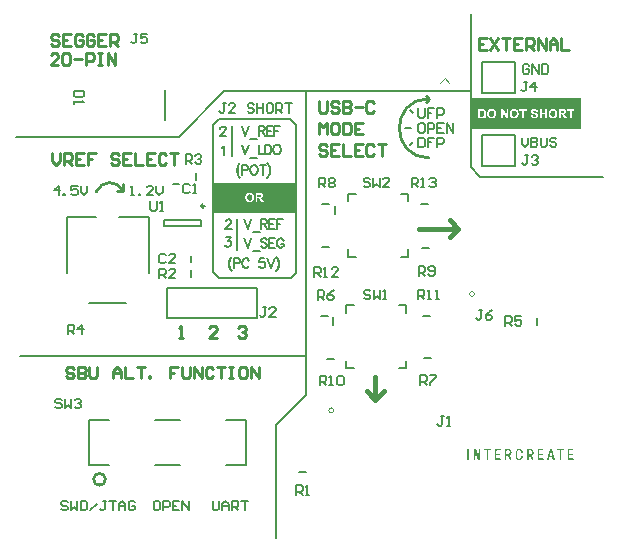
<source format=gto>
G04*
G04 #@! TF.GenerationSoftware,Altium Limited,Altium Designer,24.10.1 (45)*
G04*
G04 Layer_Color=65535*
%FSLAX44Y44*%
%MOMM*%
G71*
G04*
G04 #@! TF.SameCoordinates,BF3B0F7F-E1BB-4F91-8F98-76733F7D73F5*
G04*
G04*
G04 #@! TF.FilePolarity,Positive*
G04*
G01*
G75*
%ADD10C,0.2540*%
%ADD11C,0.1000*%
%ADD12C,0.2500*%
%ADD13C,0.1524*%
%ADD14C,0.1500*%
%ADD15C,0.2000*%
%ADD16C,0.1270*%
%ADD17C,0.4500*%
G36*
X230500Y233216D02*
Y224000D01*
X161000D01*
Y233216D01*
D01*
Y249390D01*
X230500D01*
Y233216D01*
D02*
G37*
G36*
X472250Y304216D02*
X379750D01*
Y321390D01*
X472250D01*
Y304216D01*
D02*
G37*
G36*
Y295000D02*
X379750D01*
Y304216D01*
X472250D01*
Y295000D01*
D02*
G37*
G36*
X420489Y24331D02*
X421155Y24164D01*
X421822Y23748D01*
X421905D01*
X421988Y23664D01*
X422322Y23248D01*
X422655Y22665D01*
X422821Y21915D01*
Y21582D01*
Y21498D01*
Y21415D01*
X422738Y21332D01*
X422571Y21248D01*
X421738D01*
X421655Y21332D01*
X421572Y21415D01*
X421488Y21582D01*
Y21748D01*
Y21832D01*
X421405Y22165D01*
X421238Y22498D01*
X420905Y22831D01*
X420822Y22915D01*
X420655Y23081D01*
X420322Y23165D01*
X419905Y23248D01*
X419739D01*
X419406Y23165D01*
X418989Y23081D01*
X418572Y22831D01*
X418489Y22748D01*
X418322Y22581D01*
X418156Y22248D01*
X418073Y21832D01*
Y21748D01*
Y21498D01*
Y21082D01*
X417989Y20582D01*
Y19999D01*
Y19249D01*
X418073Y17749D01*
Y17666D01*
X418156Y17333D01*
X418322Y16999D01*
X418572Y16666D01*
X418656Y16583D01*
X418906Y16500D01*
X419239Y16333D01*
X419739Y16250D01*
X419822D01*
X420155Y16333D01*
X420489Y16416D01*
X420905Y16666D01*
X420989Y16750D01*
X421155Y16999D01*
X421405Y17333D01*
X421488Y17749D01*
Y17999D01*
Y18082D01*
Y18166D01*
X421572Y18249D01*
X421738Y18333D01*
X422738D01*
X422821Y18166D01*
Y17999D01*
Y17666D01*
Y17583D01*
Y17499D01*
X422655Y16999D01*
X422405Y16416D01*
X421905Y15750D01*
X421738Y15667D01*
X421322Y15417D01*
X420655Y15083D01*
X419822Y15000D01*
X419655D01*
X419072Y15083D01*
X418406Y15333D01*
X417656Y15750D01*
X417489Y15916D01*
X417239Y16333D01*
X416906Y16916D01*
X416740Y17666D01*
Y17749D01*
Y17999D01*
Y18416D01*
Y18999D01*
Y19582D01*
Y20249D01*
Y21748D01*
Y21832D01*
Y21915D01*
X416906Y22415D01*
X417156Y22998D01*
X417656Y23581D01*
X417739D01*
X417823Y23748D01*
X418239Y23998D01*
X418906Y24248D01*
X419739Y24414D01*
X419989D01*
X420489Y24331D01*
D02*
G37*
G36*
X386914Y24248D02*
Y24081D01*
Y15333D01*
Y15250D01*
X386831Y15167D01*
X386664Y15083D01*
X385414D01*
X385248Y15250D01*
X382665Y21832D01*
X382498D01*
Y15250D01*
Y15167D01*
X382332Y15083D01*
X382165Y15000D01*
X381499D01*
X381415Y15083D01*
X381332Y15250D01*
Y23998D01*
Y24081D01*
Y24164D01*
X381415Y24248D01*
X382832D01*
X382915Y24164D01*
Y24081D01*
X385581Y17499D01*
X385664Y17416D01*
X385747D01*
X385831Y17499D01*
Y24081D01*
Y24164D01*
Y24248D01*
X385914Y24331D01*
X386831D01*
X386914Y24248D01*
D02*
G37*
G36*
X429820Y24331D02*
X430486Y24164D01*
X431069Y23748D01*
X431236Y23664D01*
X431486Y23248D01*
X431902Y22665D01*
X432152Y21915D01*
Y21748D01*
X432069Y21332D01*
X431986Y20832D01*
X431736Y20249D01*
X431652Y20165D01*
X431403Y19915D01*
X431069Y19582D01*
X430569Y19249D01*
X430486D01*
X430319Y19082D01*
X430236Y18999D01*
X430319Y18832D01*
X431902Y15500D01*
Y15417D01*
Y15333D01*
X431736Y15167D01*
X430736D01*
X430653Y15250D01*
X430569Y15417D01*
X428986Y18749D01*
Y18832D01*
X428820D01*
X428653Y18916D01*
X427987Y18832D01*
X427903D01*
X427820Y18749D01*
Y15417D01*
Y15333D01*
X427737Y15250D01*
X427570Y15167D01*
X426654D01*
X426570Y15250D01*
X426487Y15417D01*
Y24164D01*
Y24248D01*
Y24331D01*
X426570Y24414D01*
X429320D01*
X429820Y24331D01*
D02*
G37*
G36*
X411158D02*
X411824Y24164D01*
X412491Y23748D01*
X412657Y23664D01*
X412907Y23248D01*
X413241Y22665D01*
X413407Y21915D01*
Y21748D01*
Y21332D01*
X413241Y20832D01*
X412990Y20249D01*
X412907Y20165D01*
X412657Y19915D01*
X412324Y19582D01*
X411824Y19249D01*
X411741D01*
X411657Y19082D01*
X411574Y18999D01*
X411657Y18832D01*
X413241Y15500D01*
X413324Y15417D01*
X413241Y15333D01*
X413157Y15167D01*
X412074D01*
X411991Y15250D01*
X411908Y15417D01*
X410408Y18749D01*
X410325Y18832D01*
X410158Y18916D01*
X409241Y18832D01*
X409158D01*
X409075Y18749D01*
Y15417D01*
Y15333D01*
X408992Y15250D01*
X408825Y15167D01*
X407992D01*
X407909Y15250D01*
X407825Y15417D01*
Y24164D01*
Y24248D01*
X407909Y24331D01*
X407992Y24414D01*
X410658D01*
X411158Y24331D01*
D02*
G37*
G36*
X465727Y24248D02*
Y24081D01*
Y23414D01*
Y23331D01*
Y23248D01*
X465644Y23165D01*
X465477Y23081D01*
X462395D01*
X462311Y22998D01*
Y20582D01*
X462395D01*
Y20499D01*
X465560D01*
X465644Y20415D01*
Y20249D01*
Y19499D01*
Y19416D01*
X465560Y19332D01*
X465394Y19249D01*
X462395D01*
X462311Y19166D01*
X462228Y16416D01*
Y16333D01*
X462311Y16250D01*
X462395Y16333D01*
X465810D01*
X465894Y16250D01*
X465977Y16083D01*
Y15333D01*
X465894Y15250D01*
X465810Y15167D01*
X465560Y15083D01*
X461145D01*
X460978Y15167D01*
X460895Y15333D01*
Y24081D01*
Y24164D01*
X460978Y24248D01*
X461062Y24331D01*
X465644D01*
X465727Y24248D01*
D02*
G37*
G36*
X457729D02*
Y24081D01*
Y23414D01*
Y23331D01*
Y23248D01*
X457646Y23165D01*
X457479Y23081D01*
X455480D01*
Y22998D01*
Y22831D01*
Y22665D01*
Y22332D01*
Y21832D01*
Y21165D01*
Y20249D01*
Y19166D01*
Y15333D01*
Y15250D01*
X455396Y15167D01*
X455230Y15083D01*
X454397D01*
X454313Y15167D01*
X454230Y15333D01*
Y22998D01*
Y23081D01*
X452397D01*
X452314Y23165D01*
X452230Y23248D01*
X452147Y23414D01*
Y24081D01*
Y24164D01*
Y24248D01*
X452230Y24331D01*
X457646D01*
X457729Y24248D01*
D02*
G37*
G36*
X447482Y24164D02*
X449981Y15333D01*
Y15250D01*
X449814Y15167D01*
X449648Y15083D01*
X448898D01*
X448648Y15250D01*
X447982Y17249D01*
X447898Y17333D01*
X447732Y17416D01*
X445482D01*
X445316Y17249D01*
X444732Y15250D01*
Y15167D01*
X444649Y15083D01*
X443733D01*
X443649Y15167D01*
X443566Y15250D01*
X443483Y15333D01*
X445982Y24164D01*
Y24248D01*
X446065Y24331D01*
X447315D01*
X447482Y24164D01*
D02*
G37*
G36*
X440317Y24248D02*
X440400Y24081D01*
Y23414D01*
Y23331D01*
Y23248D01*
X440234Y23165D01*
X440067Y23081D01*
X436984D01*
X436735Y22998D01*
Y20582D01*
Y20499D01*
X439984D01*
X440067Y20415D01*
Y20249D01*
Y19499D01*
Y19416D01*
X439984Y19332D01*
X439817Y19249D01*
X436735D01*
Y19166D01*
Y16416D01*
X436984D01*
Y16333D01*
Y16250D01*
X437068Y16333D01*
X440400D01*
X440484Y16250D01*
Y16083D01*
Y15333D01*
Y15250D01*
X440400Y15167D01*
X440234Y15083D01*
X435735D01*
X435651Y15167D01*
X435568Y15333D01*
Y24081D01*
Y24164D01*
Y24248D01*
X435651Y24331D01*
X440234D01*
X440317Y24248D01*
D02*
G37*
G36*
X404076D02*
Y24081D01*
Y23414D01*
Y23331D01*
Y23248D01*
X403993Y23165D01*
X403826Y23081D01*
X400660D01*
X400494Y22998D01*
Y20582D01*
Y20499D01*
X403743D01*
X403826Y20415D01*
Y20249D01*
Y19499D01*
Y19416D01*
X403743Y19332D01*
X403576Y19249D01*
X400577D01*
X400410Y19166D01*
Y16416D01*
X400577D01*
Y16333D01*
Y16250D01*
X400660Y16333D01*
X403993D01*
X404076Y16250D01*
Y16083D01*
Y15333D01*
Y15250D01*
X403993Y15167D01*
X403826Y15083D01*
X399411D01*
X399327Y15167D01*
X399244Y15333D01*
Y24081D01*
Y24164D01*
Y24248D01*
X399327Y24331D01*
X403993D01*
X404076Y24248D01*
D02*
G37*
G36*
X395912D02*
Y24081D01*
Y23414D01*
Y23331D01*
Y23248D01*
X395828Y23165D01*
X395662Y23081D01*
X393745D01*
Y22998D01*
Y22831D01*
Y22665D01*
Y22332D01*
Y21832D01*
Y21165D01*
Y20249D01*
Y19166D01*
Y15333D01*
Y15250D01*
X393579Y15167D01*
X393412Y15083D01*
X392579D01*
X392496Y15167D01*
X392412Y15333D01*
Y22998D01*
Y23081D01*
X390580D01*
X390496Y23165D01*
X390330Y23248D01*
X390246Y23414D01*
Y24081D01*
Y24164D01*
X390330Y24248D01*
X390413Y24331D01*
X395828D01*
X395912Y24248D01*
D02*
G37*
G36*
X377166D02*
Y24081D01*
Y15333D01*
Y15250D01*
X377083Y15167D01*
X376916Y15083D01*
X376083D01*
X376000Y15167D01*
Y15333D01*
Y24081D01*
Y24164D01*
Y24248D01*
X376083Y24331D01*
X377083D01*
X377166Y24248D01*
D02*
G37*
%LPC*%
G36*
X195420Y241159D02*
D01*
Y237173D01*
X195405Y237517D01*
X195375Y237840D01*
X195323Y238139D01*
X195263Y238424D01*
X195180Y238679D01*
X195098Y238926D01*
X195001Y239143D01*
X194911Y239338D01*
X194813Y239518D01*
X194716Y239668D01*
X194634Y239803D01*
X194551Y239908D01*
X194491Y239990D01*
X194439Y240050D01*
X194409Y240088D01*
X194394Y240102D01*
X194199Y240290D01*
X193982Y240455D01*
X193764Y240590D01*
X193540Y240717D01*
X193315Y240814D01*
X193090Y240904D01*
X192865Y240972D01*
X192655Y241024D01*
X192453Y241069D01*
X192273Y241106D01*
X192108Y241129D01*
X191959Y241144D01*
X191846Y241152D01*
X191794D01*
X191756Y241159D01*
X187965D01*
X191681D01*
X191337Y241144D01*
X191179Y241129D01*
X191022Y241114D01*
X190880Y241091D01*
X190737Y241061D01*
X190610Y241032D01*
X190497Y241009D01*
X190392Y240979D01*
X190295Y240949D01*
X190213Y240927D01*
X190145Y240897D01*
X190093Y240882D01*
X190048Y240867D01*
X190025Y240852D01*
X190018D01*
X189823Y240754D01*
X189636Y240649D01*
X189463Y240529D01*
X189321Y240417D01*
X189194Y240320D01*
X189141Y240275D01*
X189104Y240230D01*
X189066Y240200D01*
X189044Y240177D01*
X189029Y240162D01*
X189021Y240155D01*
X188864Y239975D01*
X188722Y239795D01*
X188602Y239615D01*
X188497Y239458D01*
X188452Y239383D01*
X188414Y239316D01*
X188384Y239256D01*
X188354Y239203D01*
X188339Y239166D01*
X188324Y239136D01*
X188309Y239113D01*
Y239106D01*
X188249Y238956D01*
X188197Y238791D01*
X188107Y238461D01*
X188047Y238132D01*
X188025Y237974D01*
X188010Y237825D01*
X187995Y237682D01*
X187980Y237547D01*
X187972Y237435D01*
Y237330D01*
X187965Y237248D01*
Y237135D01*
X187980Y236798D01*
X188010Y236483D01*
X188055Y236191D01*
X188122Y235914D01*
X188197Y235652D01*
X188287Y235419D01*
X188377Y235202D01*
X188474Y235007D01*
X188564Y234835D01*
X188654Y234685D01*
X188744Y234558D01*
X188819Y234453D01*
X188886Y234363D01*
X188931Y234303D01*
X188969Y234273D01*
X188976Y234258D01*
X189171Y234078D01*
X189381Y233913D01*
X189606Y233778D01*
X189830Y233659D01*
X190055Y233554D01*
X190280Y233471D01*
X190505Y233404D01*
X190715Y233344D01*
X190917Y233306D01*
X191104Y233269D01*
X191269Y233246D01*
X191412Y233231D01*
X191531Y233224D01*
X191584D01*
X191621Y233216D01*
X195420D01*
Y241159D01*
D02*
G37*
G36*
X203535Y241024D02*
X196634D01*
Y233344D01*
X198185D01*
Y236551D01*
X198680D01*
X198845Y236536D01*
X198979Y236521D01*
X199092Y236506D01*
X199174Y236491D01*
X199234Y236476D01*
X199264Y236468D01*
X199279Y236461D01*
X199369Y236423D01*
X199459Y236371D01*
X199534Y236318D01*
X199601Y236266D01*
X199661Y236214D01*
X199706Y236176D01*
X199736Y236146D01*
X199744Y236139D01*
X199789Y236086D01*
X199841Y236026D01*
X199901Y235951D01*
X199961Y235869D01*
X200096Y235682D01*
X200231Y235487D01*
X200358Y235307D01*
X200418Y235232D01*
X200463Y235157D01*
X200501Y235097D01*
X200538Y235052D01*
X200553Y235022D01*
X200560Y235015D01*
X201677Y233344D01*
X203535D01*
X202591Y234842D01*
X202494Y235007D01*
X202396Y235150D01*
X202306Y235292D01*
X202216Y235412D01*
X202141Y235524D01*
X202067Y235629D01*
X201999Y235719D01*
X201939Y235802D01*
X201887Y235869D01*
X201842Y235929D01*
X201797Y235974D01*
X201767Y236019D01*
X201744Y236049D01*
X201722Y236071D01*
X201714Y236079D01*
X201707Y236086D01*
X201580Y236214D01*
X201445Y236334D01*
X201302Y236446D01*
X201175Y236543D01*
X201055Y236618D01*
X201010Y236656D01*
X200965Y236678D01*
X200928Y236701D01*
X200905Y236716D01*
X200890Y236731D01*
X200883D01*
X201070Y236761D01*
X201242Y236805D01*
X201400Y236850D01*
X201550Y236903D01*
X201684Y236963D01*
X201812Y237023D01*
X201924Y237083D01*
X202022Y237143D01*
X202112Y237203D01*
X202187Y237255D01*
X202254Y237308D01*
X202306Y237353D01*
X202351Y237390D01*
X202381Y237420D01*
X202396Y237435D01*
X202404Y237442D01*
X202494Y237555D01*
X202569Y237667D01*
X202644Y237780D01*
X202696Y237899D01*
X202749Y238019D01*
X202786Y238139D01*
X202853Y238364D01*
X202868Y238469D01*
X202883Y238566D01*
X202898Y238649D01*
X202906Y238724D01*
X202913Y238784D01*
Y238829D01*
Y238859D01*
Y238866D01*
Y238993D01*
X202898Y239113D01*
X202861Y239346D01*
X202808Y239548D01*
X202778Y239638D01*
X202749Y239728D01*
X202711Y239803D01*
X202681Y239870D01*
X202651Y239930D01*
X202629Y239983D01*
X202606Y240020D01*
X202591Y240050D01*
X202584Y240065D01*
X202576Y240072D01*
X202509Y240170D01*
X202441Y240260D01*
X202291Y240410D01*
X202141Y240544D01*
X201999Y240642D01*
X201872Y240717D01*
X201819Y240747D01*
X201767Y240777D01*
X201729Y240792D01*
X201699Y240807D01*
X201684Y240814D01*
X201677D01*
X201565Y240852D01*
X201445Y240882D01*
X201310Y240912D01*
X201167Y240934D01*
X200868Y240972D01*
X200576Y241002D01*
X200441Y241009D01*
X200313Y241017D01*
X200193D01*
X200096Y241024D01*
X203535D01*
D02*
G37*
G36*
X201677Y233344D02*
X201048D01*
X201677D01*
D01*
D02*
G37*
%LPD*%
G36*
X191869Y239825D02*
X192041Y239803D01*
X192198Y239773D01*
X192341Y239728D01*
X192483Y239683D01*
X192603Y239630D01*
X192723Y239570D01*
X192828Y239510D01*
X192925Y239443D01*
X193008Y239391D01*
X193075Y239331D01*
X193135Y239286D01*
X193180Y239241D01*
X193210Y239211D01*
X193232Y239188D01*
X193240Y239181D01*
X193345Y239053D01*
X193435Y238911D01*
X193510Y238754D01*
X193577Y238596D01*
X193637Y238431D01*
X193682Y238274D01*
X193719Y238109D01*
X193749Y237952D01*
X193772Y237802D01*
X193794Y237660D01*
X193809Y237540D01*
X193817Y237427D01*
X193824Y237337D01*
Y237270D01*
Y237225D01*
Y237218D01*
Y237210D01*
X193817Y236970D01*
X193802Y236738D01*
X193772Y236528D01*
X193734Y236334D01*
X193682Y236154D01*
X193637Y235989D01*
X193577Y235846D01*
X193525Y235711D01*
X193472Y235592D01*
X193412Y235494D01*
X193367Y235404D01*
X193322Y235337D01*
X193277Y235277D01*
X193247Y235240D01*
X193232Y235217D01*
X193225Y235210D01*
X193113Y235090D01*
X192985Y234992D01*
X192858Y234902D01*
X192730Y234827D01*
X192603Y234760D01*
X192476Y234708D01*
X192356Y234662D01*
X192236Y234625D01*
X192123Y234595D01*
X192019Y234580D01*
X191929Y234565D01*
X191854Y234550D01*
X191786D01*
X191741Y234543D01*
X191696D01*
X191524Y234550D01*
X191367Y234573D01*
X191209Y234603D01*
X191067Y234648D01*
X190932Y234700D01*
X190805Y234752D01*
X190685Y234812D01*
X190580Y234880D01*
X190482Y234940D01*
X190400Y235000D01*
X190333Y235052D01*
X190273Y235105D01*
X190220Y235150D01*
X190190Y235180D01*
X190168Y235202D01*
X190160Y235210D01*
X190055Y235344D01*
X189965Y235487D01*
X189883Y235644D01*
X189816Y235802D01*
X189756Y235966D01*
X189711Y236131D01*
X189666Y236296D01*
X189636Y236453D01*
X189613Y236603D01*
X189591Y236738D01*
X189576Y236866D01*
X189568Y236970D01*
Y237060D01*
X189561Y237128D01*
Y237173D01*
Y237188D01*
X189568Y237427D01*
X189583Y237652D01*
X189613Y237862D01*
X189651Y238057D01*
X189696Y238237D01*
X189748Y238402D01*
X189801Y238544D01*
X189853Y238679D01*
X189905Y238791D01*
X189958Y238896D01*
X190010Y238979D01*
X190055Y239053D01*
X190093Y239106D01*
X190123Y239143D01*
X190138Y239166D01*
X190145Y239173D01*
X190258Y239293D01*
X190385Y239391D01*
X190505Y239480D01*
X190640Y239555D01*
X190767Y239615D01*
X190895Y239675D01*
X191022Y239713D01*
X191142Y239750D01*
X191254Y239780D01*
X191359Y239795D01*
X191457Y239810D01*
X191539Y239825D01*
X191606D01*
X191651Y239833D01*
X191696D01*
X191869Y239825D01*
D02*
G37*
G36*
X195420Y233216D02*
X191696D01*
X192003Y233231D01*
X192296Y233261D01*
X192573Y233314D01*
X192835Y233381D01*
X193075Y233464D01*
X193300Y233546D01*
X193502Y233643D01*
X193682Y233741D01*
X193847Y233838D01*
X193989Y233936D01*
X194116Y234026D01*
X194214Y234100D01*
X194296Y234168D01*
X194356Y234220D01*
X194386Y234250D01*
X194401Y234265D01*
X194581Y234468D01*
X194738Y234692D01*
X194873Y234925D01*
X194993Y235165D01*
X195091Y235404D01*
X195173Y235644D01*
X195240Y235884D01*
X195293Y236116D01*
X195338Y236326D01*
X195368Y236528D01*
X195390Y236708D01*
X195405Y236866D01*
X195413Y236933D01*
Y236993D01*
X195420Y237045D01*
Y233216D01*
D02*
G37*
G36*
X199969Y239720D02*
X200163D01*
X200246Y239713D01*
X200366D01*
X200411Y239705D01*
X200478D01*
X200501Y239698D01*
X200523D01*
X200658Y239668D01*
X200770Y239623D01*
X200875Y239578D01*
X200958Y239526D01*
X201025Y239480D01*
X201070Y239436D01*
X201100Y239406D01*
X201108Y239398D01*
X201175Y239301D01*
X201227Y239196D01*
X201265Y239091D01*
X201295Y238993D01*
X201310Y238904D01*
X201317Y238836D01*
Y238806D01*
Y238784D01*
Y238776D01*
Y238769D01*
X201310Y238649D01*
X201295Y238536D01*
X201265Y238431D01*
X201242Y238349D01*
X201212Y238282D01*
X201182Y238237D01*
X201167Y238199D01*
X201160Y238192D01*
X201092Y238117D01*
X201025Y238049D01*
X200950Y237989D01*
X200883Y237945D01*
X200815Y237915D01*
X200763Y237892D01*
X200733Y237877D01*
X200718Y237869D01*
X200658Y237854D01*
X200576Y237840D01*
X200486Y237825D01*
X200388Y237817D01*
X200276Y237810D01*
X200156Y237802D01*
X199924Y237795D01*
X199804Y237787D01*
X199699D01*
X199594Y237780D01*
X198185D01*
Y239728D01*
X199849D01*
X199969Y239720D01*
D02*
G37*
%LPC*%
G36*
X432837Y312174D02*
X432770D01*
X432448Y312159D01*
X432298Y312152D01*
X432155Y312129D01*
X432021Y312114D01*
X431901Y312092D01*
X431781Y312062D01*
X431676Y312039D01*
X431579Y312017D01*
X431496Y311987D01*
X431421Y311964D01*
X431361Y311949D01*
X431316Y311927D01*
X431279Y311919D01*
X431256Y311904D01*
X431249D01*
X431032Y311792D01*
X430837Y311672D01*
X430672Y311537D01*
X430537Y311417D01*
X430432Y311297D01*
X430395Y311252D01*
X430357Y311207D01*
X430335Y311177D01*
X430312Y311147D01*
X430305Y311132D01*
X430297Y311125D01*
X430237Y311028D01*
X430192Y310930D01*
X430110Y310735D01*
X430050Y310555D01*
X430013Y310383D01*
X429997Y310308D01*
X429983Y310241D01*
X429975Y310173D01*
Y310121D01*
X429968Y310083D01*
Y310053D01*
Y310031D01*
Y310023D01*
X429975Y309859D01*
X429997Y309694D01*
X430035Y309544D01*
X430080Y309394D01*
X430132Y309259D01*
X430192Y309132D01*
X430252Y309019D01*
X430320Y308907D01*
X430387Y308810D01*
X430447Y308727D01*
X430507Y308652D01*
X430560Y308592D01*
X430605Y308547D01*
X430642Y308510D01*
X430664Y308487D01*
X430672Y308480D01*
X430777Y308398D01*
X430889Y308315D01*
X431017Y308240D01*
X431159Y308165D01*
X431444Y308038D01*
X431736Y307925D01*
X431871Y307880D01*
X431998Y307836D01*
X432111Y307798D01*
X432215Y307768D01*
X432298Y307746D01*
X432365Y307731D01*
X432403Y307723D01*
X432418Y307716D01*
X432590Y307671D01*
X432747Y307633D01*
X432890Y307596D01*
X433017Y307558D01*
X433137Y307528D01*
X433234Y307498D01*
X433324Y307476D01*
X433399Y307453D01*
X433467Y307438D01*
X433527Y307423D01*
X433572Y307408D01*
X433602Y307393D01*
X433632Y307386D01*
X433647D01*
X433662Y307378D01*
X433797Y307326D01*
X433916Y307266D01*
X434014Y307206D01*
X434089Y307154D01*
X434149Y307109D01*
X434186Y307071D01*
X434209Y307049D01*
X434216Y307041D01*
X434268Y306966D01*
X434314Y306891D01*
X434343Y306817D01*
X434358Y306742D01*
X434374Y306682D01*
X434381Y306629D01*
Y306599D01*
Y306584D01*
X434374Y306509D01*
X434366Y306427D01*
X434321Y306292D01*
X434261Y306165D01*
X434194Y306052D01*
X434119Y305962D01*
X434059Y305895D01*
X434014Y305857D01*
X434006Y305850D01*
X433999Y305842D01*
X433924Y305790D01*
X433841Y305737D01*
X433662Y305662D01*
X433474Y305603D01*
X433287Y305565D01*
X433204Y305558D01*
X433122Y305543D01*
X433055Y305535D01*
X432987D01*
X432942Y305528D01*
X432867D01*
X432740Y305535D01*
X432620Y305543D01*
X432395Y305580D01*
X432298Y305610D01*
X432201Y305640D01*
X432118Y305670D01*
X432043Y305707D01*
X431976Y305737D01*
X431916Y305767D01*
X431863Y305797D01*
X431818Y305827D01*
X431788Y305850D01*
X431766Y305865D01*
X431751Y305880D01*
X431743D01*
X431669Y305947D01*
X431601Y306030D01*
X431481Y306202D01*
X431391Y306389D01*
X431316Y306569D01*
X431286Y306659D01*
X431264Y306734D01*
X431241Y306809D01*
X431226Y306869D01*
X431211Y306921D01*
X431204Y306966D01*
X431196Y306989D01*
Y306996D01*
X429690Y306846D01*
X429728Y306614D01*
X429773Y306389D01*
X429833Y306187D01*
X429900Y306000D01*
X429975Y305820D01*
X430050Y305662D01*
X430132Y305513D01*
X430215Y305385D01*
X430290Y305265D01*
X430365Y305168D01*
X430432Y305078D01*
X430492Y305011D01*
X430545Y304951D01*
X430589Y304913D01*
X430612Y304891D01*
X430620Y304883D01*
X430777Y304763D01*
X430942Y304666D01*
X431114Y304576D01*
X431294Y304501D01*
X431481Y304434D01*
X431669Y304381D01*
X431848Y304336D01*
X432028Y304299D01*
X432193Y304269D01*
X432350Y304254D01*
X432493Y304239D01*
X432613Y304224D01*
X432710D01*
X432785Y304216D01*
X429690D01*
D01*
X435932D01*
X433040D01*
X433212Y304231D01*
X433377Y304239D01*
X433534Y304261D01*
X433684Y304284D01*
X433819Y304306D01*
X433946Y304329D01*
X434066Y304359D01*
X434171Y304381D01*
X434261Y304404D01*
X434336Y304426D01*
X434403Y304449D01*
X434456Y304471D01*
X434493Y304479D01*
X434516Y304494D01*
X434523D01*
X434763Y304613D01*
X434868Y304674D01*
X434973Y304741D01*
X435063Y304816D01*
X435153Y304883D01*
X435228Y304958D01*
X435295Y305026D01*
X435363Y305093D01*
X435415Y305153D01*
X435460Y305205D01*
X435497Y305250D01*
X435527Y305295D01*
X435550Y305325D01*
X435557Y305340D01*
X435565Y305348D01*
X435632Y305460D01*
X435685Y305573D01*
X435737Y305678D01*
X435775Y305790D01*
X435842Y306000D01*
X435887Y306187D01*
X435902Y306277D01*
X435910Y306352D01*
X435924Y306419D01*
Y306479D01*
X435932Y306524D01*
Y306592D01*
X435917Y306854D01*
X435887Y307086D01*
X435865Y307199D01*
X435835Y307296D01*
X435805Y307393D01*
X435782Y307476D01*
X435752Y307551D01*
X435722Y307618D01*
X435700Y307678D01*
X435670Y307723D01*
X435655Y307761D01*
X435640Y307791D01*
X435625Y307806D01*
Y307813D01*
X435497Y307993D01*
X435363Y308150D01*
X435220Y308285D01*
X435085Y308398D01*
X434958Y308480D01*
X434906Y308517D01*
X434860Y308547D01*
X434823Y308570D01*
X434793Y308585D01*
X434778Y308600D01*
X434771D01*
X434666Y308652D01*
X434546Y308705D01*
X434418Y308757D01*
X434283Y308810D01*
X434006Y308899D01*
X433736Y308982D01*
X433602Y309019D01*
X433489Y309057D01*
X433377Y309087D01*
X433287Y309109D01*
X433204Y309124D01*
X433152Y309139D01*
X433115Y309154D01*
X433100D01*
X432897Y309207D01*
X432718Y309252D01*
X432545Y309304D01*
X432403Y309349D01*
X432268Y309394D01*
X432155Y309439D01*
X432051Y309477D01*
X431961Y309514D01*
X431893Y309551D01*
X431826Y309581D01*
X431781Y309604D01*
X431736Y309626D01*
X431713Y309649D01*
X431691Y309664D01*
X431684Y309671D01*
X431676D01*
X431601Y309746D01*
X431549Y309821D01*
X431504Y309904D01*
X431481Y309971D01*
X431466Y310038D01*
X431459Y310091D01*
X431451Y310121D01*
Y310136D01*
X431459Y310241D01*
X431489Y310338D01*
X431526Y310421D01*
X431571Y310488D01*
X431616Y310541D01*
X431654Y310578D01*
X431684Y310600D01*
X431691Y310608D01*
X431848Y310705D01*
X432021Y310773D01*
X432193Y310825D01*
X432365Y310855D01*
X432523Y310878D01*
X432583Y310885D01*
X432643D01*
X432687Y310893D01*
X432875D01*
X432987Y310885D01*
X433085Y310870D01*
X433182Y310855D01*
X433272Y310833D01*
X433347Y310810D01*
X433422Y310788D01*
X433489Y310765D01*
X433542Y310735D01*
X433594Y310713D01*
X433632Y310690D01*
X433669Y310675D01*
X433692Y310653D01*
X433714Y310645D01*
X433729Y310630D01*
X433789Y310578D01*
X433841Y310518D01*
X433939Y310391D01*
X434014Y310248D01*
X434074Y310106D01*
X434111Y309986D01*
X434126Y309926D01*
X434141Y309881D01*
X434149Y309836D01*
X434156Y309806D01*
X434164Y309791D01*
Y309784D01*
X435715Y309851D01*
X435700Y310046D01*
X435670Y310226D01*
X435632Y310398D01*
X435580Y310563D01*
X435520Y310713D01*
X435452Y310848D01*
X435385Y310975D01*
X435318Y311087D01*
X435243Y311192D01*
X435175Y311282D01*
X435115Y311357D01*
X435055Y311425D01*
X435010Y311470D01*
X434973Y311507D01*
X434950Y311530D01*
X434943Y311537D01*
X434801Y311649D01*
X434643Y311747D01*
X434471Y311829D01*
X434299Y311904D01*
X434119Y311964D01*
X433939Y312017D01*
X433759Y312062D01*
X433587Y312092D01*
X433422Y312122D01*
X433265Y312144D01*
X433130Y312152D01*
X433010Y312167D01*
X432905D01*
X432837Y312174D01*
D02*
G37*
G36*
X448460D02*
X444669D01*
X448385D01*
X448041Y312159D01*
X447883Y312144D01*
X447726Y312129D01*
X447584Y312106D01*
X447441Y312076D01*
X447314Y312047D01*
X447201Y312024D01*
X447097Y311994D01*
X446999Y311964D01*
X446917Y311942D01*
X446849Y311912D01*
X446797Y311897D01*
X446752Y311882D01*
X446729Y311867D01*
X446722D01*
X446527Y311769D01*
X446340Y311664D01*
X446167Y311544D01*
X446025Y311432D01*
X445898Y311335D01*
X445845Y311290D01*
X445808Y311245D01*
X445770Y311215D01*
X445748Y311192D01*
X445733Y311177D01*
X445725Y311170D01*
X445568Y310990D01*
X445426Y310810D01*
X445306Y310630D01*
X445201Y310473D01*
X445156Y310398D01*
X445118Y310331D01*
X445088Y310271D01*
X445059Y310218D01*
X445043Y310181D01*
X445028Y310151D01*
X445014Y310128D01*
Y310121D01*
X444954Y309971D01*
X444901Y309806D01*
X444811Y309477D01*
X444751Y309147D01*
X444729Y308989D01*
X444714Y308840D01*
X444699Y308697D01*
X444684Y308562D01*
X444676Y308450D01*
Y308345D01*
X444669Y308263D01*
Y308285D01*
Y308150D01*
X444684Y307813D01*
X444714Y307498D01*
X444759Y307206D01*
X444826Y306929D01*
X444901Y306667D01*
X444991Y306434D01*
X445081Y306217D01*
X445178Y306022D01*
X445268Y305850D01*
X445358Y305700D01*
X445448Y305573D01*
X445523Y305468D01*
X445591Y305378D01*
X445635Y305318D01*
X445673Y305288D01*
X445680Y305273D01*
X445875Y305093D01*
X446085Y304928D01*
X446310Y304793D01*
X446535Y304674D01*
X446759Y304569D01*
X446984Y304486D01*
X447209Y304419D01*
X447419Y304359D01*
X447621Y304321D01*
X447808Y304284D01*
X447973Y304261D01*
X448116Y304246D01*
X448236Y304239D01*
X448288D01*
X448325Y304231D01*
X452124D01*
X448400D01*
X448708Y304246D01*
X449000Y304276D01*
X449277Y304329D01*
X449539Y304396D01*
X449779Y304479D01*
X450004Y304561D01*
X450206Y304659D01*
X450386Y304756D01*
X450551Y304853D01*
X450693Y304951D01*
X450821Y305041D01*
X450918Y305116D01*
X451000Y305183D01*
X451060Y305235D01*
X451090Y305265D01*
X451105Y305280D01*
X451285Y305483D01*
X451442Y305707D01*
X451577Y305940D01*
X451697Y306180D01*
X451795Y306419D01*
X451877Y306659D01*
X451945Y306899D01*
X451997Y307131D01*
X452042Y307341D01*
X452072Y307543D01*
X452094Y307723D01*
X452109Y307880D01*
X452117Y307948D01*
Y308008D01*
X452124Y308060D01*
Y308188D01*
X452109Y308532D01*
X452079Y308855D01*
X452027Y309154D01*
X451967Y309439D01*
X451885Y309694D01*
X451802Y309941D01*
X451705Y310158D01*
X451615Y310353D01*
X451517Y310533D01*
X451420Y310683D01*
X451338Y310818D01*
X451255Y310923D01*
X451195Y311005D01*
X451143Y311065D01*
X451113Y311103D01*
X451098Y311117D01*
X450903Y311305D01*
X450686Y311470D01*
X450468Y311604D01*
X450244Y311732D01*
X450019Y311829D01*
X449794Y311919D01*
X449569Y311987D01*
X449360Y312039D01*
X449157Y312084D01*
X448977Y312122D01*
X448812Y312144D01*
X448663Y312159D01*
X448550Y312167D01*
X448498D01*
X448460Y312174D01*
D02*
G37*
G36*
X396594D02*
X392802D01*
X396519D01*
X396174Y312159D01*
X396017Y312144D01*
X395859Y312129D01*
X395717Y312106D01*
X395575Y312076D01*
X395447Y312047D01*
X395335Y312024D01*
X395230Y311994D01*
X395133Y311964D01*
X395050Y311942D01*
X394983Y311912D01*
X394930Y311897D01*
X394885Y311882D01*
X394863Y311867D01*
X394855D01*
X394661Y311769D01*
X394473Y311664D01*
X394301Y311544D01*
X394159Y311432D01*
X394031Y311335D01*
X393979Y311290D01*
X393941Y311245D01*
X393904Y311215D01*
X393881Y311192D01*
X393866Y311177D01*
X393859Y311170D01*
X393701Y310990D01*
X393559Y310810D01*
X393439Y310630D01*
X393334Y310473D01*
X393289Y310398D01*
X393252Y310331D01*
X393222Y310271D01*
X393192Y310218D01*
X393177Y310181D01*
X393162Y310151D01*
X393147Y310128D01*
Y310121D01*
X393087Y309971D01*
X393035Y309806D01*
X392945Y309477D01*
X392885Y309147D01*
X392862Y308989D01*
X392847Y308840D01*
X392832Y308697D01*
X392817Y308562D01*
X392810Y308450D01*
Y308345D01*
X392802Y308263D01*
D01*
Y308150D01*
X392817Y307813D01*
X392847Y307498D01*
X392892Y307206D01*
X392960Y306929D01*
X393035Y306667D01*
X393125Y306434D01*
X393214Y306217D01*
X393312Y306022D01*
X393402Y305850D01*
X393492Y305700D01*
X393582Y305573D01*
X393657Y305468D01*
X393724Y305378D01*
X393769Y305318D01*
X393806Y305288D01*
X393814Y305273D01*
X394009Y305093D01*
X394218Y304928D01*
X394443Y304793D01*
X394668Y304674D01*
X394893Y304569D01*
X395118Y304486D01*
X395342Y304419D01*
X395552Y304359D01*
X395755Y304321D01*
X395942Y304284D01*
X396107Y304261D01*
X396249Y304246D01*
X396369Y304239D01*
X396421D01*
X396459Y304231D01*
X400258D01*
X396534D01*
X396841Y304246D01*
X397133Y304276D01*
X397411Y304329D01*
X397673Y304396D01*
X397912Y304479D01*
X398137Y304561D01*
X398340Y304659D01*
X398519Y304756D01*
X398684Y304853D01*
X398827Y304951D01*
X398954Y305041D01*
X399051Y305116D01*
X399134Y305183D01*
X399194Y305235D01*
X399224Y305265D01*
X399239Y305280D01*
X399419Y305483D01*
X399576Y305707D01*
X399711Y305940D01*
X399831Y306180D01*
X399928Y306419D01*
X400011Y306659D01*
X400078Y306899D01*
X400130Y307131D01*
X400175Y307341D01*
X400205Y307543D01*
X400228Y307723D01*
X400243Y307880D01*
X400250Y307948D01*
Y308008D01*
X400258Y308060D01*
Y308188D01*
X400243Y308532D01*
X400213Y308855D01*
X400160Y309154D01*
X400101Y309439D01*
X400018Y309694D01*
X399936Y309941D01*
X399838Y310158D01*
X399748Y310353D01*
X399651Y310533D01*
X399553Y310683D01*
X399471Y310818D01*
X399389Y310923D01*
X399329Y311005D01*
X399276Y311065D01*
X399246Y311103D01*
X399231Y311117D01*
X399036Y311305D01*
X398819Y311470D01*
X398602Y311604D01*
X398377Y311732D01*
X398152Y311829D01*
X397928Y311919D01*
X397703Y311987D01*
X397493Y312039D01*
X397291Y312084D01*
X397111Y312122D01*
X396946Y312144D01*
X396796Y312159D01*
X396684Y312167D01*
X396631D01*
X396594Y312174D01*
D02*
G37*
G36*
X410553Y312039D02*
X408358D01*
X409114D01*
Y306899D01*
X405960Y312039D01*
X404454D01*
Y304359D01*
X407382D01*
X405893D01*
Y309387D01*
X408995Y304359D01*
X410553D01*
Y312039D01*
D02*
G37*
G36*
X391806D02*
X385362D01*
Y304359D01*
X391806D01*
Y305385D01*
Y304359D01*
X388434D01*
X388584Y304366D01*
X388726Y304374D01*
X388853Y304381D01*
X388981Y304396D01*
X389093Y304411D01*
X389198Y304426D01*
X389288Y304441D01*
X389370Y304449D01*
X389445Y304464D01*
X389513Y304479D01*
X389558Y304494D01*
X389603Y304501D01*
X389633Y304509D01*
X389648Y304516D01*
X389655D01*
X389895Y304606D01*
X390112Y304711D01*
X390210Y304756D01*
X390300Y304808D01*
X390382Y304861D01*
X390457Y304906D01*
X390517Y304951D01*
X390577Y304996D01*
X390629Y305033D01*
X390667Y305063D01*
X390697Y305093D01*
X390727Y305116D01*
X390734Y305123D01*
X390742Y305131D01*
X390839Y305228D01*
X390929Y305340D01*
X391101Y305558D01*
X391236Y305790D01*
X391356Y306000D01*
X391409Y306105D01*
X391446Y306194D01*
X391483Y306277D01*
X391513Y306344D01*
X391536Y306404D01*
X391551Y306449D01*
X391566Y306479D01*
Y306487D01*
X391648Y306756D01*
X391708Y307034D01*
X391746Y307304D01*
X391761Y307438D01*
X391776Y307566D01*
X391783Y307678D01*
X391791Y307783D01*
X391798Y307880D01*
X391806Y307963D01*
Y305385D01*
Y307963D01*
Y308315D01*
D01*
X391798Y308510D01*
X391783Y308690D01*
X391768Y308862D01*
X391746Y309019D01*
X391723Y309169D01*
X391701Y309304D01*
X391678Y309431D01*
X391656Y309544D01*
X391633Y309641D01*
X391611Y309731D01*
X391588Y309799D01*
X391573Y309859D01*
X391558Y309904D01*
X391551Y309926D01*
Y309933D01*
X391446Y310203D01*
X391326Y310443D01*
X391266Y310548D01*
X391206Y310653D01*
X391146Y310750D01*
X391086Y310833D01*
X391034Y310908D01*
X390981Y310983D01*
X390937Y311035D01*
X390899Y311087D01*
X390862Y311125D01*
X390839Y311155D01*
X390824Y311170D01*
X390817Y311177D01*
X390629Y311357D01*
X390434Y311507D01*
X390240Y311627D01*
X390060Y311724D01*
X389970Y311762D01*
X389895Y311799D01*
X389828Y311829D01*
X389768Y311852D01*
X389723Y311867D01*
X389685Y311882D01*
X389663Y311889D01*
X389655D01*
X389558Y311919D01*
X389445Y311942D01*
X389213Y311979D01*
X388973Y312002D01*
X388734Y312024D01*
X388629D01*
X388524Y312032D01*
X388434D01*
X388351Y312039D01*
X391806D01*
D02*
G37*
G36*
X466638Y312039D02*
X460539D01*
Y304359D01*
X466638D01*
X464368D01*
Y310743D01*
X466638D01*
Y312039D01*
D02*
G37*
G36*
X456800D02*
X453338D01*
Y304359D01*
X460239D01*
D01*
X459295Y305857D01*
X459198Y306022D01*
X459100Y306165D01*
X459010Y306307D01*
X458921Y306427D01*
X458846Y306539D01*
X458771Y306644D01*
X458703Y306734D01*
X458643Y306817D01*
X458591Y306884D01*
X458546Y306944D01*
X458501Y306989D01*
X458471Y307034D01*
X458448Y307064D01*
X458426Y307086D01*
X458419Y307094D01*
X458411Y307101D01*
X458284Y307229D01*
X458149Y307348D01*
X458006Y307461D01*
X457879Y307558D01*
X457759Y307633D01*
X457714Y307671D01*
X457669Y307693D01*
X457632Y307716D01*
X457609Y307731D01*
X457594Y307746D01*
X457587D01*
X457774Y307776D01*
X457946Y307820D01*
X458104Y307866D01*
X458254Y307918D01*
X458388Y307978D01*
X458516Y308038D01*
X458628Y308098D01*
X458726Y308158D01*
X458816Y308218D01*
X458890Y308270D01*
X458958Y308323D01*
X459010Y308368D01*
X459055Y308405D01*
X459085Y308435D01*
X459100Y308450D01*
X459108Y308457D01*
X459198Y308570D01*
X459273Y308682D01*
X459348Y308795D01*
X459400Y308915D01*
X459453Y309034D01*
X459490Y309154D01*
X459557Y309379D01*
X459572Y309484D01*
X459587Y309581D01*
X459602Y309664D01*
X459610Y309739D01*
X459617Y309799D01*
Y309844D01*
Y309874D01*
Y309881D01*
Y310009D01*
X459602Y310128D01*
X459565Y310361D01*
X459512Y310563D01*
X459482Y310653D01*
X459453Y310743D01*
X459415Y310818D01*
X459385Y310885D01*
X459355Y310945D01*
X459333Y310998D01*
X459310Y311035D01*
X459295Y311065D01*
X459288Y311080D01*
X459280Y311087D01*
X459213Y311185D01*
X459145Y311275D01*
X458995Y311425D01*
X458846Y311560D01*
X458703Y311657D01*
X458576Y311732D01*
X458523Y311762D01*
X458471Y311792D01*
X458433Y311807D01*
X458404Y311822D01*
X458388Y311829D01*
X458381D01*
X458269Y311867D01*
X458149Y311897D01*
X458014Y311927D01*
X457872Y311949D01*
X457572Y311987D01*
X457280Y312017D01*
X457145Y312024D01*
X457017Y312032D01*
X456897D01*
X456800Y312039D01*
D02*
G37*
G36*
X443380Y312039D02*
X437243D01*
Y304359D01*
X438794D01*
Y307723D01*
X441829D01*
Y304359D01*
X443380D01*
Y312039D01*
D02*
G37*
G36*
X426101D02*
X420002D01*
Y304359D01*
Y310743D01*
X422280D01*
Y304359D01*
X420002D01*
X426101D01*
X423831D01*
Y310743D01*
X426101D01*
Y312039D01*
D02*
G37*
G36*
X415671Y312174D02*
X411880D01*
X415596D01*
X415251Y312159D01*
X415094Y312144D01*
X414937Y312129D01*
X414794Y312106D01*
X414652Y312076D01*
X414524Y312047D01*
X414412Y312024D01*
X414307Y311994D01*
X414210Y311964D01*
X414127Y311942D01*
X414060Y311912D01*
X414007Y311897D01*
X413963Y311882D01*
X413940Y311867D01*
X413932D01*
X413738Y311769D01*
X413550Y311664D01*
X413378Y311544D01*
X413236Y311432D01*
X413108Y311335D01*
X413056Y311290D01*
X413018Y311245D01*
X412981Y311215D01*
X412958Y311192D01*
X412943Y311177D01*
X412936Y311170D01*
X412779Y310990D01*
X412636Y310810D01*
X412516Y310630D01*
X412411Y310473D01*
X412366Y310398D01*
X412329Y310331D01*
X412299Y310271D01*
X412269Y310218D01*
X412254Y310181D01*
X412239Y310151D01*
X412224Y310128D01*
Y310121D01*
X412164Y309971D01*
X412112Y309806D01*
X412022Y309477D01*
X411962Y309147D01*
X411939Y308989D01*
X411924Y308840D01*
X411909Y308697D01*
X411894Y308562D01*
X411887Y308450D01*
Y308345D01*
X411880Y308263D01*
Y308150D01*
X411894Y307813D01*
X411924Y307498D01*
X411969Y307206D01*
X412037Y306929D01*
X412112Y306667D01*
X412202Y306434D01*
X412292Y306217D01*
X412389Y306022D01*
X412479Y305850D01*
X412569Y305700D01*
X412659Y305573D01*
X412734Y305468D01*
X412801Y305378D01*
X412846Y305318D01*
X412883Y305288D01*
X412891Y305273D01*
X413086Y305093D01*
X413296Y304928D01*
X413520Y304793D01*
X413745Y304674D01*
X413970Y304569D01*
X414195Y304486D01*
X414420Y304419D01*
X414629Y304359D01*
X414832Y304321D01*
X415019Y304284D01*
X415184Y304261D01*
X415326Y304246D01*
X415446Y304239D01*
X415499D01*
X415536Y304231D01*
X419335D01*
X415611D01*
X415918Y304246D01*
X416210Y304276D01*
X416488Y304329D01*
X416750Y304396D01*
X416990Y304479D01*
X417215Y304561D01*
X417417Y304659D01*
X417597Y304756D01*
X417761Y304853D01*
X417904Y304951D01*
X418031Y305041D01*
X418129Y305116D01*
X418211Y305183D01*
X418271Y305235D01*
X418301Y305265D01*
X418316Y305280D01*
X418496Y305483D01*
X418653Y305707D01*
X418788Y305940D01*
X418908Y306180D01*
X419005Y306419D01*
X419088Y306659D01*
X419155Y306899D01*
X419208Y307131D01*
X419253Y307341D01*
X419282Y307543D01*
X419305Y307723D01*
X419320Y307880D01*
X419328Y307948D01*
Y308008D01*
X419335Y308060D01*
Y308188D01*
X419320Y308532D01*
X419290Y308855D01*
X419238Y309154D01*
X419178Y309439D01*
X419095Y309694D01*
X419013Y309941D01*
X418915Y310158D01*
X418825Y310353D01*
X418728Y310533D01*
X418631Y310683D01*
X418548Y310818D01*
X418466Y310923D01*
X418406Y311005D01*
X418353Y311065D01*
X418323Y311103D01*
X418308Y311117D01*
X418114Y311305D01*
X417896Y311470D01*
X417679Y311604D01*
X417454Y311732D01*
X417229Y311829D01*
X417005Y311919D01*
X416780Y311987D01*
X416570Y312039D01*
X416368Y312084D01*
X416188Y312122D01*
X416023Y312144D01*
X415873Y312159D01*
X415761Y312167D01*
X415708D01*
X415671Y312174D01*
D02*
G37*
%LPD*%
G36*
X448573Y310840D02*
X448745Y310818D01*
X448902Y310788D01*
X449045Y310743D01*
X449187Y310698D01*
X449307Y310645D01*
X449427Y310585D01*
X449532Y310525D01*
X449629Y310458D01*
X449712Y310406D01*
X449779Y310346D01*
X449839Y310301D01*
X449884Y310256D01*
X449914Y310226D01*
X449936Y310203D01*
X449944Y310196D01*
X450049Y310068D01*
X450139Y309926D01*
X450214Y309769D01*
X450281Y309611D01*
X450341Y309447D01*
X450386Y309289D01*
X450424Y309124D01*
X450453Y308967D01*
X450476Y308817D01*
X450498Y308675D01*
X450513Y308555D01*
X450521Y308442D01*
X450528Y308353D01*
Y308285D01*
Y308240D01*
Y308233D01*
Y308225D01*
X450521Y307985D01*
X450506Y307753D01*
X450476Y307543D01*
X450438Y307348D01*
X450386Y307169D01*
X450341Y307004D01*
X450281Y306861D01*
X450229Y306726D01*
X450176Y306607D01*
X450116Y306509D01*
X450071Y306419D01*
X450026Y306352D01*
X449981Y306292D01*
X449951Y306255D01*
X449936Y306232D01*
X449929Y306224D01*
X449817Y306105D01*
X449689Y306007D01*
X449562Y305917D01*
X449434Y305842D01*
X449307Y305775D01*
X449180Y305723D01*
X449060Y305678D01*
X448940Y305640D01*
X448827Y305610D01*
X448722Y305595D01*
X448633Y305580D01*
X448558Y305565D01*
X448490D01*
X448445Y305558D01*
X448400D01*
X448228Y305565D01*
X448071Y305588D01*
X447913Y305618D01*
X447771Y305662D01*
X447636Y305715D01*
X447509Y305767D01*
X447389Y305827D01*
X447284Y305895D01*
X447187Y305955D01*
X447104Y306015D01*
X447037Y306067D01*
X446977Y306120D01*
X446924Y306165D01*
X446894Y306194D01*
X446872Y306217D01*
X446864Y306224D01*
X446759Y306359D01*
X446670Y306502D01*
X446587Y306659D01*
X446520Y306817D01*
X446460Y306981D01*
X446415Y307146D01*
X446370Y307311D01*
X446340Y307468D01*
X446317Y307618D01*
X446295Y307753D01*
X446280Y307880D01*
X446272Y307985D01*
Y308075D01*
X446265Y308143D01*
Y308188D01*
Y308203D01*
X446272Y308442D01*
X446287Y308667D01*
X446317Y308877D01*
X446355Y309072D01*
X446400Y309252D01*
X446452Y309417D01*
X446505Y309559D01*
X446557Y309694D01*
X446609Y309806D01*
X446662Y309911D01*
X446714Y309993D01*
X446759Y310068D01*
X446797Y310121D01*
X446827Y310158D01*
X446842Y310181D01*
X446849Y310188D01*
X446962Y310308D01*
X447089Y310406D01*
X447209Y310495D01*
X447344Y310570D01*
X447471Y310630D01*
X447599Y310690D01*
X447726Y310728D01*
X447846Y310765D01*
X447958Y310795D01*
X448063Y310810D01*
X448161Y310825D01*
X448243Y310840D01*
X448310D01*
X448355Y310848D01*
X448400D01*
X448573Y310840D01*
D02*
G37*
G36*
X396706D02*
X396879Y310818D01*
X397036Y310788D01*
X397178Y310743D01*
X397321Y310698D01*
X397440Y310645D01*
X397560Y310585D01*
X397665Y310525D01*
X397763Y310458D01*
X397845Y310406D01*
X397912Y310346D01*
X397972Y310301D01*
X398017Y310256D01*
X398047Y310226D01*
X398070Y310203D01*
X398077Y310196D01*
X398182Y310068D01*
X398272Y309926D01*
X398347Y309769D01*
X398414Y309611D01*
X398475Y309447D01*
X398519Y309289D01*
X398557Y309124D01*
X398587Y308967D01*
X398609Y308817D01*
X398632Y308675D01*
X398647Y308555D01*
X398654Y308442D01*
X398662Y308353D01*
Y308285D01*
Y308240D01*
Y308233D01*
Y308225D01*
X398654Y307985D01*
X398639Y307753D01*
X398609Y307543D01*
X398572Y307348D01*
X398519Y307169D01*
X398475Y307004D01*
X398414Y306861D01*
X398362Y306726D01*
X398310Y306607D01*
X398250Y306509D01*
X398205Y306419D01*
X398160Y306352D01*
X398115Y306292D01*
X398085Y306255D01*
X398070Y306232D01*
X398062Y306224D01*
X397950Y306105D01*
X397823Y306007D01*
X397695Y305917D01*
X397568Y305842D01*
X397440Y305775D01*
X397313Y305723D01*
X397193Y305678D01*
X397073Y305640D01*
X396961Y305610D01*
X396856Y305595D01*
X396766Y305580D01*
X396691Y305565D01*
X396624D01*
X396579Y305558D01*
X396534D01*
X396362Y305565D01*
X396204Y305588D01*
X396047Y305618D01*
X395904Y305662D01*
X395770Y305715D01*
X395642Y305767D01*
X395522Y305827D01*
X395417Y305895D01*
X395320Y305955D01*
X395238Y306015D01*
X395170Y306067D01*
X395110Y306120D01*
X395058Y306165D01*
X395028Y306194D01*
X395005Y306217D01*
X394998Y306224D01*
X394893Y306359D01*
X394803Y306502D01*
X394720Y306659D01*
X394653Y306817D01*
X394593Y306981D01*
X394548Y307146D01*
X394503Y307311D01*
X394473Y307468D01*
X394451Y307618D01*
X394428Y307753D01*
X394413Y307880D01*
X394406Y307985D01*
Y308075D01*
X394398Y308143D01*
Y308188D01*
Y308203D01*
X394406Y308442D01*
X394421Y308667D01*
X394451Y308877D01*
X394488Y309072D01*
X394533Y309252D01*
X394586Y309417D01*
X394638Y309559D01*
X394691Y309694D01*
X394743Y309806D01*
X394795Y309911D01*
X394848Y309993D01*
X394893Y310068D01*
X394930Y310121D01*
X394960Y310158D01*
X394975Y310181D01*
X394983Y310188D01*
X395095Y310308D01*
X395223Y310406D01*
X395342Y310495D01*
X395477Y310570D01*
X395605Y310630D01*
X395732Y310690D01*
X395859Y310728D01*
X395979Y310765D01*
X396092Y310795D01*
X396197Y310810D01*
X396294Y310825D01*
X396376Y310840D01*
X396444D01*
X396489Y310848D01*
X396534D01*
X396706Y310840D01*
D02*
G37*
G36*
X388082Y310735D02*
X388209Y310728D01*
X388329D01*
X388434Y310720D01*
X388524Y310713D01*
X388606Y310705D01*
X388674Y310698D01*
X388734Y310690D01*
X388778Y310683D01*
X388816D01*
X388846Y310675D01*
X388868Y310668D01*
X388883D01*
X389041Y310623D01*
X389183Y310570D01*
X389303Y310511D01*
X389408Y310451D01*
X389490Y310391D01*
X389550Y310346D01*
X389588Y310316D01*
X389603Y310301D01*
X389700Y310196D01*
X389790Y310076D01*
X389865Y309949D01*
X389933Y309829D01*
X389977Y309724D01*
X390015Y309641D01*
X390030Y309604D01*
X390037Y309581D01*
X390045Y309566D01*
Y309559D01*
X390075Y309469D01*
X390097Y309364D01*
X390142Y309147D01*
X390172Y308922D01*
X390187Y308697D01*
X390195Y308600D01*
X390202Y308502D01*
Y308420D01*
X390210Y308345D01*
Y308278D01*
Y308233D01*
Y308203D01*
Y308195D01*
Y308030D01*
X390202Y307880D01*
X390195Y307731D01*
X390187Y307596D01*
X390172Y307476D01*
X390157Y307356D01*
X390142Y307251D01*
X390127Y307154D01*
X390112Y307071D01*
X390097Y306996D01*
X390082Y306936D01*
X390067Y306884D01*
X390060Y306839D01*
X390052Y306809D01*
X390045Y306794D01*
Y306786D01*
X389985Y306607D01*
X389917Y306449D01*
X389850Y306322D01*
X389783Y306224D01*
X389730Y306142D01*
X389685Y306090D01*
X389648Y306052D01*
X389640Y306045D01*
X389543Y305970D01*
X389438Y305902D01*
X389333Y305842D01*
X389236Y305797D01*
X389146Y305767D01*
X389078Y305745D01*
X389026Y305730D01*
X389018Y305723D01*
X389011D01*
X388951Y305707D01*
X388891Y305700D01*
X388741Y305685D01*
X388591Y305670D01*
X388434Y305662D01*
X388299D01*
X388232Y305655D01*
X386913D01*
Y310743D01*
X387939D01*
X388082Y310735D01*
D02*
G37*
G36*
X462817Y304359D02*
X460539D01*
Y310743D01*
X462817D01*
Y304359D01*
D02*
G37*
G36*
X456673Y310735D02*
X456867D01*
X456950Y310728D01*
X457070D01*
X457115Y310720D01*
X457182D01*
X457205Y310713D01*
X457227D01*
X457362Y310683D01*
X457474Y310638D01*
X457579Y310593D01*
X457662Y310541D01*
X457729Y310495D01*
X457774Y310451D01*
X457804Y310421D01*
X457812Y310413D01*
X457879Y310316D01*
X457931Y310211D01*
X457969Y310106D01*
X457999Y310009D01*
X458014Y309919D01*
X458021Y309851D01*
Y309821D01*
Y309799D01*
Y309791D01*
Y309784D01*
X458014Y309664D01*
X457999Y309551D01*
X457969Y309447D01*
X457946Y309364D01*
X457916Y309297D01*
X457887Y309252D01*
X457872Y309214D01*
X457864Y309207D01*
X457797Y309132D01*
X457729Y309064D01*
X457654Y309004D01*
X457587Y308960D01*
X457519Y308930D01*
X457467Y308907D01*
X457437Y308892D01*
X457422Y308885D01*
X457362Y308870D01*
X457280Y308855D01*
X457190Y308840D01*
X457092Y308832D01*
X456980Y308825D01*
X456860Y308817D01*
X456628Y308810D01*
X456508Y308802D01*
X456403D01*
X456298Y308795D01*
X454889D01*
Y310743D01*
X456553D01*
X456673Y310735D01*
D02*
G37*
G36*
X455549Y307551D02*
X455684Y307536D01*
X455796Y307521D01*
X455878Y307506D01*
X455938Y307491D01*
X455968Y307483D01*
X455983Y307476D01*
X456073Y307438D01*
X456163Y307386D01*
X456238Y307334D01*
X456306Y307281D01*
X456365Y307229D01*
X456410Y307191D01*
X456440Y307161D01*
X456448Y307154D01*
X456493Y307101D01*
X456545Y307041D01*
X456605Y306966D01*
X456665Y306884D01*
X456800Y306697D01*
X456935Y306502D01*
X457062Y306322D01*
X457122Y306247D01*
X457167Y306172D01*
X457205Y306112D01*
X457242Y306067D01*
X457257Y306037D01*
X457265Y306030D01*
X458381Y304359D01*
X454889D01*
Y307566D01*
X455384D01*
X455549Y307551D01*
D02*
G37*
G36*
X441829Y309019D02*
X438794D01*
Y312039D01*
X441829D01*
Y309019D01*
D02*
G37*
G36*
X415783Y310840D02*
X415956Y310818D01*
X416113Y310788D01*
X416255Y310743D01*
X416398Y310698D01*
X416518Y310645D01*
X416637Y310585D01*
X416742Y310525D01*
X416840Y310458D01*
X416922Y310406D01*
X416990Y310346D01*
X417050Y310301D01*
X417095Y310256D01*
X417125Y310226D01*
X417147Y310203D01*
X417155Y310196D01*
X417259Y310068D01*
X417349Y309926D01*
X417424Y309769D01*
X417492Y309611D01*
X417552Y309447D01*
X417597Y309289D01*
X417634Y309124D01*
X417664Y308967D01*
X417687Y308817D01*
X417709Y308675D01*
X417724Y308555D01*
X417732Y308442D01*
X417739Y308353D01*
Y308285D01*
Y308240D01*
Y308233D01*
Y308225D01*
X417732Y307985D01*
X417716Y307753D01*
X417687Y307543D01*
X417649Y307348D01*
X417597Y307169D01*
X417552Y307004D01*
X417492Y306861D01*
X417439Y306726D01*
X417387Y306607D01*
X417327Y306509D01*
X417282Y306419D01*
X417237Y306352D01*
X417192Y306292D01*
X417162Y306255D01*
X417147Y306232D01*
X417140Y306224D01*
X417027Y306105D01*
X416900Y306007D01*
X416772Y305917D01*
X416645Y305842D01*
X416518Y305775D01*
X416390Y305723D01*
X416270Y305678D01*
X416151Y305640D01*
X416038Y305610D01*
X415933Y305595D01*
X415843Y305580D01*
X415768Y305565D01*
X415701D01*
X415656Y305558D01*
X415611D01*
X415439Y305565D01*
X415281Y305588D01*
X415124Y305618D01*
X414982Y305662D01*
X414847Y305715D01*
X414719Y305767D01*
X414599Y305827D01*
X414495Y305895D01*
X414397Y305955D01*
X414315Y306015D01*
X414247Y306067D01*
X414187Y306120D01*
X414135Y306165D01*
X414105Y306194D01*
X414082Y306217D01*
X414075Y306224D01*
X413970Y306359D01*
X413880Y306502D01*
X413798Y306659D01*
X413730Y306817D01*
X413670Y306981D01*
X413625Y307146D01*
X413580Y307311D01*
X413550Y307468D01*
X413528Y307618D01*
X413505Y307753D01*
X413490Y307880D01*
X413483Y307985D01*
Y308075D01*
X413475Y308143D01*
Y308188D01*
Y308203D01*
X413483Y308442D01*
X413498Y308667D01*
X413528Y308877D01*
X413565Y309072D01*
X413610Y309252D01*
X413663Y309417D01*
X413715Y309559D01*
X413768Y309694D01*
X413820Y309806D01*
X413873Y309911D01*
X413925Y309993D01*
X413970Y310068D01*
X414007Y310121D01*
X414037Y310158D01*
X414052Y310181D01*
X414060Y310188D01*
X414172Y310308D01*
X414300Y310406D01*
X414420Y310495D01*
X414554Y310570D01*
X414682Y310630D01*
X414809Y310690D01*
X414937Y310728D01*
X415056Y310765D01*
X415169Y310795D01*
X415274Y310810D01*
X415371Y310825D01*
X415454Y310840D01*
X415521D01*
X415566Y310848D01*
X415611D01*
X415783Y310840D01*
D02*
G37*
%LPC*%
G36*
X429153Y23165D02*
X427987Y23081D01*
X427903D01*
X427820Y22998D01*
Y20165D01*
Y20082D01*
X429236D01*
X429570Y20165D01*
X429903Y20249D01*
X430236Y20499D01*
X430319Y20582D01*
X430486Y20832D01*
X430653Y21165D01*
X430736Y21582D01*
Y21665D01*
X430653Y21998D01*
X430569Y22332D01*
X430236Y22665D01*
X430153Y22748D01*
X429986Y22915D01*
X429570Y23081D01*
X429153Y23165D01*
D02*
G37*
G36*
X410491D02*
X409241Y23081D01*
X409158D01*
X409075Y22998D01*
Y20165D01*
X409158D01*
Y20082D01*
X410574D01*
X410824Y20165D01*
X411158Y20249D01*
X411491Y20499D01*
X411574Y20582D01*
X411741Y20832D01*
X411908Y21165D01*
X411991Y21582D01*
Y21665D01*
X411908Y21998D01*
X411824Y22332D01*
X411491Y22665D01*
X411408Y22748D01*
X411241Y22915D01*
X410908Y23081D01*
X410491Y23165D01*
D02*
G37*
G36*
X446898Y22665D02*
X446815D01*
X446732Y22581D01*
X445816Y18916D01*
Y18832D01*
X445899Y18749D01*
X447648D01*
Y18916D01*
X446898Y22581D01*
Y22665D01*
D02*
G37*
%LPD*%
D10*
X69500Y-1324D02*
G03*
X69500Y-1324I-5000J0D01*
G01*
X343500Y321000D02*
G03*
X343500Y270751I0J-25125D01*
G01*
X84500Y243000D02*
G03*
X61864Y242223I-11136J-5677D01*
G01*
X341000Y318500D02*
X343500Y321000D01*
X341000Y323500D02*
X343500Y321000D01*
X84500Y243000D02*
Y249072D01*
X79500Y243000D02*
X84500D01*
X250540Y318721D02*
Y310390D01*
X252206Y308724D01*
X255538D01*
X257204Y310390D01*
Y318721D01*
X267201Y317055D02*
X265535Y318721D01*
X262203D01*
X260537Y317055D01*
Y315389D01*
X262203Y313723D01*
X265535D01*
X267201Y312057D01*
Y310390D01*
X265535Y308724D01*
X262203D01*
X260537Y310390D01*
X270534Y318721D02*
Y308724D01*
X275532D01*
X277198Y310390D01*
Y312057D01*
X275532Y313723D01*
X270534D01*
X275532D01*
X277198Y315389D01*
Y317055D01*
X275532Y318721D01*
X270534D01*
X280530Y313723D02*
X287195D01*
X297192Y317055D02*
X295525Y318721D01*
X292193D01*
X290527Y317055D01*
Y310390D01*
X292193Y308724D01*
X295525D01*
X297192Y310390D01*
X250540Y290632D02*
Y300629D01*
X253872Y297297D01*
X257204Y300629D01*
Y290632D01*
X265535Y300629D02*
X262203D01*
X260537Y298963D01*
Y292298D01*
X262203Y290632D01*
X265535D01*
X267201Y292298D01*
Y298963D01*
X265535Y300629D01*
X270534D02*
Y290632D01*
X275532D01*
X277198Y292298D01*
Y298963D01*
X275532Y300629D01*
X270534D01*
X287195D02*
X280530D01*
Y290632D01*
X287195D01*
X280530Y295630D02*
X283863D01*
X257204Y280871D02*
X255538Y282537D01*
X252206D01*
X250540Y280871D01*
Y279205D01*
X252206Y277538D01*
X255538D01*
X257204Y275872D01*
Y274206D01*
X255538Y272540D01*
X252206D01*
X250540Y274206D01*
X267201Y282537D02*
X260537D01*
Y272540D01*
X267201D01*
X260537Y277538D02*
X263869D01*
X270534Y282537D02*
Y272540D01*
X277198D01*
X287195Y282537D02*
X280530D01*
Y272540D01*
X287195D01*
X280530Y277538D02*
X283863D01*
X297192Y280871D02*
X295525Y282537D01*
X292193D01*
X290527Y280871D01*
Y274206D01*
X292193Y272540D01*
X295525D01*
X297192Y274206D01*
X300524Y282537D02*
X307188D01*
X303856D01*
Y272540D01*
X392205Y372537D02*
X385540D01*
Y362540D01*
X392205D01*
X385540Y367538D02*
X388872D01*
X395537Y372537D02*
X402201Y362540D01*
Y372537D02*
X395537Y362540D01*
X405534Y372537D02*
X412198D01*
X408866D01*
Y362540D01*
X422195Y372537D02*
X415530D01*
Y362540D01*
X422195D01*
X415530Y367538D02*
X418863D01*
X425527Y362540D02*
Y372537D01*
X430526D01*
X432192Y370871D01*
Y367538D01*
X430526Y365872D01*
X425527D01*
X428859D02*
X432192Y362540D01*
X435524D02*
Y372537D01*
X442188Y362540D01*
Y372537D01*
X445521Y362540D02*
Y369204D01*
X448853Y372537D01*
X452185Y369204D01*
Y362540D01*
Y367538D01*
X445521D01*
X455518Y372537D02*
Y362540D01*
X462182D01*
X29732Y349209D02*
X23067D01*
X29732Y355873D01*
Y357539D01*
X28066Y359206D01*
X24733D01*
X23067Y357539D01*
X33064D02*
X34730Y359206D01*
X38062D01*
X39728Y357539D01*
Y350875D01*
X38062Y349209D01*
X34730D01*
X33064Y350875D01*
Y357539D01*
X43061Y354207D02*
X49725D01*
X53057Y349209D02*
Y359206D01*
X58056D01*
X59722Y357539D01*
Y354207D01*
X58056Y352541D01*
X53057D01*
X63054Y359206D02*
X66386D01*
X64720D01*
Y349209D01*
X63054D01*
X66386D01*
X71385D02*
Y359206D01*
X78049Y349209D01*
Y359206D01*
X30205Y373871D02*
X28538Y375537D01*
X25206D01*
X23540Y373871D01*
Y372205D01*
X25206Y370538D01*
X28538D01*
X30205Y368872D01*
Y367206D01*
X28538Y365540D01*
X25206D01*
X23540Y367206D01*
X40201Y375537D02*
X33537D01*
Y365540D01*
X40201D01*
X33537Y370538D02*
X36869D01*
X50198Y373871D02*
X48532Y375537D01*
X45200D01*
X43534Y373871D01*
Y367206D01*
X45200Y365540D01*
X48532D01*
X50198Y367206D01*
Y370538D01*
X46866D01*
X60195Y373871D02*
X58529Y375537D01*
X55196D01*
X53530Y373871D01*
Y367206D01*
X55196Y365540D01*
X58529D01*
X60195Y367206D01*
Y370538D01*
X56863D01*
X70192Y375537D02*
X63527D01*
Y365540D01*
X70192D01*
X63527Y370538D02*
X66859D01*
X73524Y365540D02*
Y375537D01*
X78522D01*
X80188Y373871D01*
Y370538D01*
X78522Y368872D01*
X73524D01*
X76856D02*
X80188Y365540D01*
X24540Y274537D02*
Y267872D01*
X27872Y264540D01*
X31205Y267872D01*
Y274537D01*
X34537Y264540D02*
Y274537D01*
X39535D01*
X41201Y272871D01*
Y269538D01*
X39535Y267872D01*
X34537D01*
X37869D02*
X41201Y264540D01*
X51198Y274537D02*
X44534D01*
Y264540D01*
X51198D01*
X44534Y269538D02*
X47866D01*
X61195Y274537D02*
X54530D01*
Y269538D01*
X57863D01*
X54530D01*
Y264540D01*
X81188Y272871D02*
X79522Y274537D01*
X76190D01*
X74524Y272871D01*
Y271204D01*
X76190Y269538D01*
X79522D01*
X81188Y267872D01*
Y266206D01*
X79522Y264540D01*
X76190D01*
X74524Y266206D01*
X91185Y274537D02*
X84521D01*
Y264540D01*
X91185D01*
X84521Y269538D02*
X87853D01*
X94517Y274537D02*
Y264540D01*
X101182D01*
X111179Y274537D02*
X104514D01*
Y264540D01*
X111179D01*
X104514Y269538D02*
X107846D01*
X121175Y272871D02*
X119509Y274537D01*
X116177D01*
X114511Y272871D01*
Y266206D01*
X116177Y264540D01*
X119509D01*
X121175Y266206D01*
X124508Y274537D02*
X131172D01*
X127840D01*
Y264540D01*
X132040Y118040D02*
X135426D01*
X133733D01*
Y128197D01*
X132040Y126504D01*
X42705Y92371D02*
X41038Y94037D01*
X37706D01*
X36040Y92371D01*
Y90704D01*
X37706Y89038D01*
X41038D01*
X42705Y87372D01*
Y85706D01*
X41038Y84040D01*
X37706D01*
X36040Y85706D01*
X46037Y94037D02*
Y84040D01*
X51035D01*
X52701Y85706D01*
Y87372D01*
X51035Y89038D01*
X46037D01*
X51035D01*
X52701Y90704D01*
Y92371D01*
X51035Y94037D01*
X46037D01*
X56034D02*
Y85706D01*
X57700Y84040D01*
X61032D01*
X62698Y85706D01*
Y94037D01*
X76027Y84040D02*
Y90704D01*
X79359Y94037D01*
X82692Y90704D01*
Y84040D01*
Y89038D01*
X76027D01*
X86024Y94037D02*
Y84040D01*
X92688D01*
X96021Y94037D02*
X102685D01*
X99353D01*
Y84040D01*
X106018D02*
Y85706D01*
X107684D01*
Y84040D01*
X106018D01*
X131009Y94037D02*
X124345D01*
Y89038D01*
X127677D01*
X124345D01*
Y84040D01*
X134342Y94037D02*
Y85706D01*
X136008Y84040D01*
X139340D01*
X141006Y85706D01*
Y94037D01*
X144338Y84040D02*
Y94037D01*
X151003Y84040D01*
Y94037D01*
X161000Y92371D02*
X159334Y94037D01*
X156001D01*
X154335Y92371D01*
Y85706D01*
X156001Y84040D01*
X159334D01*
X161000Y85706D01*
X164332Y94037D02*
X170996D01*
X167664D01*
Y84040D01*
X174329Y94037D02*
X177661D01*
X175995D01*
Y84040D01*
X174329D01*
X177661D01*
X187658Y94037D02*
X184326D01*
X182659Y92371D01*
Y85706D01*
X184326Y84040D01*
X187658D01*
X189324Y85706D01*
Y92371D01*
X187658Y94037D01*
X192656Y84040D02*
Y94037D01*
X199321Y84040D01*
Y94037D01*
X163811Y118040D02*
X157040D01*
X163811Y124811D01*
Y126504D01*
X162118Y128197D01*
X158733D01*
X157040Y126504D01*
X182040D02*
X183733Y128197D01*
X187118D01*
X188811Y126504D01*
Y124811D01*
X187118Y123118D01*
X185426D01*
X187118D01*
X188811Y121426D01*
Y119733D01*
X187118Y118040D01*
X183733D01*
X182040Y119733D01*
D11*
X262786Y57050D02*
G03*
X262786Y57050I-2121J0D01*
G01*
X382071Y155565D02*
G03*
X382071Y155565I-2121J0D01*
G01*
X356660Y338229D02*
X360660Y334229D01*
X352660D02*
X356660Y338229D01*
D12*
X153250Y230000D02*
G03*
X153250Y230000I-1250J0D01*
G01*
D13*
X146000Y251952D02*
Y258048D01*
X55706Y10534D02*
Y49142D01*
Y10534D02*
X72450D01*
X55706Y49142D02*
X72450D01*
X111550D02*
X132450D01*
X111550Y10534D02*
X132450D01*
X171550Y49142D02*
X188294D01*
X171550Y10534D02*
X188294D01*
Y49142D01*
X126460Y249002D02*
X131540D01*
X141998Y182960D02*
Y188040D01*
X142000Y169952D02*
Y176048D01*
X252174Y137329D02*
X258270D01*
X338915Y101134D02*
X345011D01*
X252626Y232041D02*
X258722D01*
X337208Y194449D02*
X343304D01*
X233452Y4580D02*
X239548D01*
X434920Y129452D02*
Y135548D01*
X256952Y100920D02*
X263048D01*
X338026Y137075D02*
X344122D01*
X252880Y195084D02*
X258976D01*
X336700Y231787D02*
X342796D01*
X273383Y92752D02*
Y99102D01*
Y92752D02*
X279733D01*
X324183D02*
Y99102D01*
X317833Y92752D02*
X324183D01*
Y139742D02*
Y146092D01*
X317833D02*
X324183D01*
X273383D02*
X279733D01*
X273383Y139742D02*
Y146092D01*
X262207Y129074D02*
Y135678D01*
X263802Y223532D02*
Y230136D01*
X274978Y234200D02*
Y240550D01*
X281328D01*
X319428D02*
X325778D01*
Y234200D02*
Y240550D01*
X319428Y187210D02*
X325778D01*
Y193560D01*
X274978Y187210D02*
X281328D01*
X274978D02*
Y193560D01*
D14*
X-6500Y288500D02*
X131500D01*
X248000Y327000D02*
X379000D01*
X176000Y304000D02*
X215000D01*
X231000Y185000D02*
Y290000D01*
X176000Y169000D02*
X215000D01*
X161000Y185000D02*
Y289000D01*
Y174000D02*
Y185000D01*
Y174000D02*
X166000Y169000D01*
X176000D01*
X215000Y169000D02*
X227000D01*
X231000Y173000D01*
Y185000D01*
Y290000D02*
Y299000D01*
X226000Y304000D02*
X231000Y299000D01*
X215000Y304000D02*
X226000D01*
X161000Y289000D02*
Y299000D01*
X166000Y304000D01*
X176000D01*
X177000Y272000D02*
Y298000D01*
X181000Y193000D02*
Y219000D01*
X131500Y288500D02*
X170000Y327000D01*
X248000D01*
X323500Y296000D02*
X328500D01*
X327500Y311500D02*
X330000Y309000D01*
X327326Y281326D02*
X330000Y284000D01*
X239000Y70000D02*
Y327000D01*
X387000Y255000D02*
X491000D01*
X379000Y263000D02*
X387000Y255000D01*
X379000Y263000D02*
Y299000D01*
Y298000D02*
Y393000D01*
X214000Y-51000D02*
Y8000D01*
X-3000Y103000D02*
X239000Y103000D01*
X214000Y8000D02*
Y45000D01*
X239000Y70000D01*
X197000Y135500D02*
X197000D01*
D15*
X120000Y328000D02*
X120020Y302950D01*
X121800Y135300D02*
X198000D01*
Y160700D01*
X121800Y160700D02*
X198000Y160700D01*
X121800Y135300D02*
X121800Y160700D01*
X36800Y173250D02*
Y221000D01*
X55900Y148100D02*
X87300D01*
X106400Y173250D02*
Y221000D01*
X81300D02*
X106400D01*
X36800D02*
X61900D01*
X119500Y213500D02*
X150500D01*
X119500Y218500D02*
X150500D01*
X119500Y213500D02*
Y218500D01*
X150500Y213500D02*
Y218500D01*
X171332Y316997D02*
X168666D01*
X169999D01*
Y310333D01*
X168666Y309000D01*
X167333D01*
X166000Y310333D01*
X179329Y309000D02*
X173997D01*
X179329Y314332D01*
Y315665D01*
X177996Y316997D01*
X175330D01*
X173997Y315665D01*
X195324D02*
X193991Y316997D01*
X191325D01*
X189992Y315665D01*
Y314332D01*
X191325Y312999D01*
X193991D01*
X195324Y311666D01*
Y310333D01*
X193991Y309000D01*
X191325D01*
X189992Y310333D01*
X197990Y316997D02*
Y309000D01*
Y312999D01*
X203321D01*
Y316997D01*
Y309000D01*
X209986Y316997D02*
X207320D01*
X205987Y315665D01*
Y310333D01*
X207320Y309000D01*
X209986D01*
X211319Y310333D01*
Y315665D01*
X209986Y316997D01*
X213985Y309000D02*
Y316997D01*
X217983D01*
X219316Y315665D01*
Y312999D01*
X217983Y311666D01*
X213985D01*
X216650D02*
X219316Y309000D01*
X221982Y316997D02*
X227313D01*
X224648D01*
Y309000D01*
X166881Y295406D02*
Y295786D01*
X167262Y296548D01*
X167643Y296929D01*
X168404Y297310D01*
X169928D01*
X170690Y296929D01*
X171070Y296548D01*
X171451Y295786D01*
Y295025D01*
X171070Y294263D01*
X170309Y293120D01*
X166500Y289312D01*
X171832D01*
X185000Y297664D02*
X188047Y289666D01*
X191094Y297664D02*
X188047Y289666D01*
X192122Y287000D02*
X198216D01*
X199245Y297664D02*
Y289666D01*
Y297664D02*
X202672D01*
X203815Y297283D01*
X204196Y296903D01*
X204577Y296141D01*
Y295379D01*
X204196Y294617D01*
X203815Y294237D01*
X202672Y293856D01*
X199245D01*
X201911D02*
X204577Y289666D01*
X211318Y297664D02*
X206367D01*
Y289666D01*
X211318D01*
X206367Y293856D02*
X209414D01*
X212651Y297664D02*
Y289666D01*
Y297664D02*
X217603D01*
X212651Y293856D02*
X215698D01*
X185000Y281664D02*
X188047Y273666D01*
X191094Y281664D02*
X188047Y273666D01*
X192122Y271000D02*
X198216D01*
X199245Y281664D02*
Y273666D01*
X203815D01*
X204691Y281664D02*
Y273666D01*
Y281664D02*
X207357D01*
X208500Y281283D01*
X209261Y280522D01*
X209642Y279760D01*
X210023Y278617D01*
Y276713D01*
X209642Y275571D01*
X209261Y274809D01*
X208500Y274047D01*
X207357Y273666D01*
X204691D01*
X214098Y281664D02*
X213337Y281283D01*
X212575Y280522D01*
X212194Y279760D01*
X211813Y278617D01*
Y276713D01*
X212194Y275571D01*
X212575Y274809D01*
X213337Y274047D01*
X214098Y273666D01*
X215622D01*
X216384Y274047D01*
X217146Y274809D01*
X217526Y275571D01*
X217907Y276713D01*
Y278617D01*
X217526Y279760D01*
X217146Y280522D01*
X216384Y281283D01*
X215622Y281664D01*
X214098D01*
X183666Y266188D02*
X182904Y265426D01*
X182143Y264284D01*
X181381Y262760D01*
X181000Y260856D01*
Y259332D01*
X181381Y257428D01*
X182143Y255904D01*
X182904Y254762D01*
X183666Y254000D01*
X182904Y265426D02*
X182143Y263903D01*
X181762Y262760D01*
X181381Y260856D01*
Y259332D01*
X181762Y257428D01*
X182143Y256285D01*
X182904Y254762D01*
X185190Y260475D02*
X188617D01*
X189760Y260856D01*
X190141Y261237D01*
X190522Y261998D01*
Y263141D01*
X190141Y263903D01*
X189760Y264284D01*
X188617Y264664D01*
X185190D01*
Y256666D01*
X194597Y264664D02*
X193835Y264284D01*
X193074Y263522D01*
X192693Y262760D01*
X192312Y261617D01*
Y259713D01*
X192693Y258570D01*
X193074Y257809D01*
X193835Y257047D01*
X194597Y256666D01*
X196121D01*
X196882Y257047D01*
X197644Y257809D01*
X198025Y258570D01*
X198406Y259713D01*
Y261617D01*
X198025Y262760D01*
X197644Y263522D01*
X196882Y264284D01*
X196121Y264664D01*
X194597D01*
X202938D02*
Y256666D01*
X200272Y264664D02*
X205604D01*
X206556Y266188D02*
X207318Y265426D01*
X208080Y264284D01*
X208842Y262760D01*
X209223Y260856D01*
Y259332D01*
X208842Y257428D01*
X208080Y255904D01*
X207318Y254762D01*
X206556Y254000D01*
X207318Y265426D02*
X208080Y263903D01*
X208461Y262760D01*
X208842Y260856D01*
Y259332D01*
X208461Y257428D01*
X208080Y256285D01*
X207318Y254762D01*
X168000Y279475D02*
X168762Y279856D01*
X169904Y280998D01*
Y273000D01*
X171381Y217094D02*
Y217475D01*
X171762Y218237D01*
X172143Y218617D01*
X172904Y218998D01*
X174428D01*
X175190Y218617D01*
X175570Y218237D01*
X175951Y217475D01*
Y216713D01*
X175570Y215951D01*
X174809Y214809D01*
X171000Y211000D01*
X176332D01*
X187000Y218664D02*
X190047Y210666D01*
X193094Y218664D02*
X190047Y210666D01*
X194122Y208000D02*
X200216D01*
X201245Y218664D02*
Y210666D01*
Y218664D02*
X204672D01*
X205815Y218284D01*
X206196Y217903D01*
X206577Y217141D01*
Y216379D01*
X206196Y215617D01*
X205815Y215237D01*
X204672Y214856D01*
X201245D01*
X203911D02*
X206577Y210666D01*
X213318Y218664D02*
X208367D01*
Y210666D01*
X213318D01*
X208367Y214856D02*
X211414D01*
X214651Y218664D02*
Y210666D01*
Y218664D02*
X219603D01*
X214651Y214856D02*
X217698D01*
X171262Y203498D02*
X175451D01*
X173166Y200451D01*
X174309D01*
X175070Y200070D01*
X175451Y199690D01*
X175832Y198547D01*
Y197785D01*
X175451Y196643D01*
X174690Y195881D01*
X173547Y195500D01*
X172404D01*
X171262Y195881D01*
X170881Y196262D01*
X170500Y197024D01*
X187000Y202664D02*
X190047Y194666D01*
X193094Y202664D02*
X190047Y194666D01*
X194122Y192000D02*
X200216D01*
X206577Y201522D02*
X205815Y202283D01*
X204672Y202664D01*
X203149D01*
X202006Y202283D01*
X201245Y201522D01*
Y200760D01*
X201625Y199998D01*
X202006Y199617D01*
X202768Y199237D01*
X205053Y198475D01*
X205815Y198094D01*
X206196Y197713D01*
X206577Y196951D01*
Y195809D01*
X205815Y195047D01*
X204672Y194666D01*
X203149D01*
X202006Y195047D01*
X201245Y195809D01*
X213318Y202664D02*
X208367D01*
Y194666D01*
X213318D01*
X208367Y198856D02*
X211414D01*
X220364Y200760D02*
X219983Y201522D01*
X219222Y202283D01*
X218460Y202664D01*
X216936D01*
X216175Y202283D01*
X215413Y201522D01*
X215032Y200760D01*
X214651Y199617D01*
Y197713D01*
X215032Y196570D01*
X215413Y195809D01*
X216175Y195047D01*
X216936Y194666D01*
X218460D01*
X219222Y195047D01*
X219983Y195809D01*
X220364Y196570D01*
Y197713D01*
X218460D02*
X220364D01*
X176666Y187188D02*
X175904Y186426D01*
X175143Y185284D01*
X174381Y183760D01*
X174000Y181856D01*
Y180332D01*
X174381Y178428D01*
X175143Y176904D01*
X175904Y175762D01*
X176666Y175000D01*
X175904Y186426D02*
X175143Y184903D01*
X174762Y183760D01*
X174381Y181856D01*
Y180332D01*
X174762Y178428D01*
X175143Y177285D01*
X175904Y175762D01*
X178190Y181475D02*
X181617D01*
X182760Y181856D01*
X183141Y182236D01*
X183522Y182998D01*
Y184141D01*
X183141Y184903D01*
X182760Y185284D01*
X181617Y185664D01*
X178190D01*
Y177666D01*
X191025Y183760D02*
X190644Y184522D01*
X189882Y185284D01*
X189121Y185664D01*
X187597D01*
X186835Y185284D01*
X186074Y184522D01*
X185693Y183760D01*
X185312Y182617D01*
Y180713D01*
X185693Y179571D01*
X186074Y178809D01*
X186835Y178047D01*
X187597Y177666D01*
X189121D01*
X189882Y178047D01*
X190644Y178809D01*
X191025Y179571D01*
X204127Y185664D02*
X200318D01*
X199937Y182236D01*
X200318Y182617D01*
X201461Y182998D01*
X202603D01*
X203746Y182617D01*
X204508Y181856D01*
X204889Y180713D01*
Y179951D01*
X204508Y178809D01*
X203746Y178047D01*
X202603Y177666D01*
X201461D01*
X200318Y178047D01*
X199937Y178428D01*
X199556Y179190D01*
X206679Y185664D02*
X209726Y177666D01*
X212773Y185664D02*
X209726Y177666D01*
X213801Y187188D02*
X214563Y186426D01*
X215324Y185284D01*
X216086Y183760D01*
X216467Y181856D01*
Y180332D01*
X216086Y178428D01*
X215324Y176904D01*
X214563Y175762D01*
X213801Y175000D01*
X214563Y186426D02*
X215324Y184903D01*
X215705Y183760D01*
X216086Y181856D01*
Y180332D01*
X215705Y178428D01*
X215324Y177285D01*
X214563Y175762D01*
X428332Y348665D02*
X426999Y349997D01*
X424333D01*
X423000Y348665D01*
Y343333D01*
X424333Y342000D01*
X426999D01*
X428332Y343333D01*
Y345999D01*
X425666D01*
X430997Y342000D02*
Y349997D01*
X436329Y342000D01*
Y349997D01*
X438995D02*
Y342000D01*
X442994D01*
X444327Y343333D01*
Y348665D01*
X442994Y349997D01*
X438995D01*
X422000Y287997D02*
Y282666D01*
X424666Y280000D01*
X427332Y282666D01*
Y287997D01*
X429997D02*
Y280000D01*
X433996D01*
X435329Y281333D01*
Y282666D01*
X433996Y283999D01*
X429997D01*
X433996D01*
X435329Y285332D01*
Y286665D01*
X433996Y287997D01*
X429997D01*
X437995D02*
Y281333D01*
X439328Y280000D01*
X441994D01*
X443326Y281333D01*
Y287997D01*
X451324Y286665D02*
X449991Y287997D01*
X447325D01*
X445992Y286665D01*
Y285332D01*
X447325Y283999D01*
X449991D01*
X451324Y282666D01*
Y281333D01*
X449991Y280000D01*
X447325D01*
X445992Y281333D01*
D16*
X388000Y352000D02*
X416000D01*
X388000Y326000D02*
Y352000D01*
Y326000D02*
X416000D01*
Y352000D01*
X388000Y290000D02*
X416000D01*
X388000Y264000D02*
Y290000D01*
Y264000D02*
X416000D01*
Y290000D01*
X137508Y265894D02*
Y273892D01*
X141507D01*
X142839Y272559D01*
Y269893D01*
X141507Y268560D01*
X137508D01*
X140174D02*
X142839Y265894D01*
X145505Y272559D02*
X146838Y273892D01*
X149504D01*
X150837Y272559D01*
Y271226D01*
X149504Y269893D01*
X148171D01*
X149504D01*
X150837Y268560D01*
Y267227D01*
X149504Y265894D01*
X146838D01*
X145505Y267227D01*
X334270Y312897D02*
Y306125D01*
X335625Y304770D01*
X338334D01*
X339688Y306125D01*
Y312897D01*
X347816D02*
X342397D01*
Y308834D01*
X345107D01*
X342397D01*
Y304770D01*
X350525D02*
Y312897D01*
X354589D01*
X355943Y311543D01*
Y308834D01*
X354589Y307479D01*
X350525D01*
X334270Y287897D02*
Y279770D01*
X338334D01*
X339688Y281125D01*
Y286543D01*
X338334Y287897D01*
X334270D01*
X347816D02*
X342397D01*
Y283834D01*
X345107D01*
X342397D01*
Y279770D01*
X350525D02*
Y287897D01*
X354589D01*
X355943Y286543D01*
Y283834D01*
X354589Y282479D01*
X350525D01*
X338334Y300397D02*
X335625D01*
X334270Y299043D01*
Y293625D01*
X335625Y292270D01*
X338334D01*
X339688Y293625D01*
Y299043D01*
X338334Y300397D01*
X342397Y292270D02*
Y300397D01*
X346461D01*
X347816Y299043D01*
Y296334D01*
X346461Y294979D01*
X342397D01*
X355943Y300397D02*
X350525D01*
Y292270D01*
X355943D01*
X350525Y296334D02*
X353234D01*
X358652Y292270D02*
Y300397D01*
X364071Y292270D01*
Y300397D01*
X37688Y-20957D02*
X36334Y-19603D01*
X33625D01*
X32270Y-20957D01*
Y-22312D01*
X33625Y-23666D01*
X36334D01*
X37688Y-25021D01*
Y-26376D01*
X36334Y-27730D01*
X33625D01*
X32270Y-26376D01*
X40397Y-19603D02*
Y-27730D01*
X43107Y-25021D01*
X45816Y-27730D01*
Y-19603D01*
X48525D02*
Y-27730D01*
X52589D01*
X53943Y-26376D01*
Y-20957D01*
X52589Y-19603D01*
X48525D01*
X56652Y-27730D02*
X62070Y-22312D01*
X70198Y-19603D02*
X67489D01*
X68843D01*
Y-26376D01*
X67489Y-27730D01*
X66134D01*
X64780Y-26376D01*
X72907Y-19603D02*
X78325D01*
X75616D01*
Y-27730D01*
X81034D02*
Y-22312D01*
X83744Y-19603D01*
X86453Y-22312D01*
Y-27730D01*
Y-23666D01*
X81034D01*
X94580Y-20957D02*
X93226Y-19603D01*
X90517D01*
X89162Y-20957D01*
Y-26376D01*
X90517Y-27730D01*
X93226D01*
X94580Y-26376D01*
Y-23666D01*
X91871D01*
X114334Y-19603D02*
X111625D01*
X110270Y-20957D01*
Y-26376D01*
X111625Y-27730D01*
X114334D01*
X115688Y-26376D01*
Y-20957D01*
X114334Y-19603D01*
X118397Y-27730D02*
Y-19603D01*
X122461D01*
X123816Y-20957D01*
Y-23666D01*
X122461Y-25021D01*
X118397D01*
X131943Y-19603D02*
X126525D01*
Y-27730D01*
X131943D01*
X126525Y-23666D02*
X129234D01*
X134652Y-27730D02*
Y-19603D01*
X140070Y-27730D01*
Y-19603D01*
X160270D02*
Y-26376D01*
X161625Y-27730D01*
X164334D01*
X165688Y-26376D01*
Y-19603D01*
X168397Y-27730D02*
Y-22312D01*
X171107Y-19603D01*
X173816Y-22312D01*
Y-27730D01*
Y-23666D01*
X168397D01*
X176525Y-27730D02*
Y-19603D01*
X180588D01*
X181943Y-20957D01*
Y-23666D01*
X180588Y-25021D01*
X176525D01*
X179234D02*
X181943Y-27730D01*
X184652Y-19603D02*
X190070D01*
X187361D01*
Y-27730D01*
X90770Y239270D02*
X93479D01*
X92125D01*
Y247397D01*
X90770Y246043D01*
X97543Y239270D02*
Y240625D01*
X98897D01*
Y239270D01*
X97543D01*
X109734D02*
X104316D01*
X109734Y244688D01*
Y246043D01*
X108379Y247397D01*
X105670D01*
X104316Y246043D01*
X112443Y247397D02*
Y241979D01*
X115152Y239270D01*
X117861Y241979D01*
Y247397D01*
X29834Y239270D02*
Y247397D01*
X25770Y243334D01*
X31188D01*
X33897Y239270D02*
Y240625D01*
X35252D01*
Y239270D01*
X33897D01*
X46089Y247397D02*
X40670D01*
Y243334D01*
X43379Y244688D01*
X44734D01*
X46089Y243334D01*
Y240625D01*
X44734Y239270D01*
X42025D01*
X40670Y240625D01*
X48798Y247397D02*
Y241979D01*
X51507Y239270D01*
X54216Y241979D01*
Y247397D01*
X426667Y334999D02*
X424001D01*
X425334D01*
Y328334D01*
X424001Y327001D01*
X422668D01*
X421335Y328334D01*
X433332Y327001D02*
Y334999D01*
X429333Y331000D01*
X434664D01*
X427667Y272999D02*
X425001D01*
X426334D01*
Y266334D01*
X425001Y265001D01*
X423668D01*
X422336Y266334D01*
X430333Y271666D02*
X431666Y272999D01*
X434332D01*
X435664Y271666D01*
Y270333D01*
X434332Y269000D01*
X432999D01*
X434332D01*
X435664Y267667D01*
Y266334D01*
X434332Y265001D01*
X431666D01*
X430333Y266334D01*
X32582Y65709D02*
X31227Y67064D01*
X28518D01*
X27164Y65709D01*
Y64355D01*
X28518Y63000D01*
X31227D01*
X32582Y61645D01*
Y60291D01*
X31227Y58936D01*
X28518D01*
X27164Y60291D01*
X35291Y67064D02*
Y58936D01*
X38000Y61645D01*
X40709Y58936D01*
Y67064D01*
X43418Y65709D02*
X44773Y67064D01*
X47482D01*
X48837Y65709D01*
Y64355D01*
X47482Y63000D01*
X46127D01*
X47482D01*
X48837Y61645D01*
Y60291D01*
X47482Y58936D01*
X44773D01*
X43418Y60291D01*
X356000Y52064D02*
X353291D01*
X354645D01*
Y45291D01*
X353291Y43936D01*
X351936D01*
X350582Y45291D01*
X358709Y43936D02*
X361418D01*
X360064D01*
Y52064D01*
X358709Y50709D01*
X293582Y252709D02*
X292227Y254064D01*
X289518D01*
X288164Y252709D01*
Y251355D01*
X289518Y250000D01*
X292227D01*
X293582Y248645D01*
Y247291D01*
X292227Y245936D01*
X289518D01*
X288164Y247291D01*
X296291Y254064D02*
Y245936D01*
X299000Y248645D01*
X301709Y245936D01*
Y254064D01*
X309837Y245936D02*
X304418D01*
X309837Y251355D01*
Y252709D01*
X308482Y254064D01*
X305773D01*
X304418Y252709D01*
X293936Y157709D02*
X292582Y159064D01*
X289873D01*
X288518Y157709D01*
Y156355D01*
X289873Y155000D01*
X292582D01*
X293936Y153645D01*
Y152291D01*
X292582Y150936D01*
X289873D01*
X288518Y152291D01*
X296645Y159064D02*
Y150936D01*
X299355Y153645D01*
X302064Y150936D01*
Y159064D01*
X304773Y150936D02*
X307482D01*
X306127D01*
Y159064D01*
X304773Y157709D01*
X107582Y234064D02*
Y227291D01*
X108936Y225936D01*
X111645D01*
X113000Y227291D01*
Y234064D01*
X115709Y225936D02*
X118418D01*
X117064D01*
Y234064D01*
X115709Y232709D01*
X328841Y245936D02*
Y254064D01*
X332905D01*
X334259Y252709D01*
Y250000D01*
X332905Y248645D01*
X328841D01*
X331550D02*
X334259Y245936D01*
X336968D02*
X339677D01*
X338323D01*
Y254064D01*
X336968Y252709D01*
X343741D02*
X345096Y254064D01*
X347805D01*
X349159Y252709D01*
Y251355D01*
X347805Y250000D01*
X346450D01*
X347805D01*
X349159Y248645D01*
Y247291D01*
X347805Y245936D01*
X345096D01*
X343741Y247291D01*
X246277Y170319D02*
Y178447D01*
X250340D01*
X251695Y177092D01*
Y174383D01*
X250340Y173028D01*
X246277D01*
X248986D02*
X251695Y170319D01*
X254404D02*
X257113D01*
X255759D01*
Y178447D01*
X254404Y177092D01*
X266595Y170319D02*
X261177D01*
X266595Y175737D01*
Y177092D01*
X265241Y178447D01*
X262532D01*
X261177Y177092D01*
X334195Y150936D02*
Y159064D01*
X338259D01*
X339614Y157709D01*
Y155000D01*
X338259Y153645D01*
X334195D01*
X336904D02*
X339614Y150936D01*
X342323D02*
X345032D01*
X343677D01*
Y159064D01*
X342323Y157709D01*
X349096Y150936D02*
X351805D01*
X350450D01*
Y159064D01*
X349096Y157709D01*
X250984Y78314D02*
Y86442D01*
X255047D01*
X256402Y85087D01*
Y82378D01*
X255047Y81023D01*
X250984D01*
X253693D02*
X256402Y78314D01*
X259111D02*
X261820D01*
X260466D01*
Y86442D01*
X259111Y85087D01*
X265884D02*
X267239Y86442D01*
X269948D01*
X271302Y85087D01*
Y79669D01*
X269948Y78314D01*
X267239D01*
X265884Y79669D01*
Y85087D01*
X408227Y128436D02*
Y136564D01*
X412291D01*
X413645Y135209D01*
Y132500D01*
X412291Y131145D01*
X408227D01*
X410936D02*
X413645Y128436D01*
X421773Y136564D02*
X416355D01*
Y132500D01*
X419064Y133855D01*
X420418D01*
X421773Y132500D01*
Y129791D01*
X420418Y128436D01*
X417709D01*
X416355Y129791D01*
X231082Y-14484D02*
Y-6356D01*
X235145D01*
X236500Y-7711D01*
Y-10420D01*
X235145Y-11775D01*
X231082D01*
X233791D02*
X236500Y-14484D01*
X239209D02*
X241918D01*
X240564D01*
Y-6356D01*
X239209Y-7711D01*
X51064Y327418D02*
X42936D01*
Y323354D01*
X44291Y322000D01*
X49709D01*
X51064Y323354D01*
Y327418D01*
X42936Y319291D02*
Y316582D01*
Y317936D01*
X51064D01*
X49709Y319291D01*
X334727Y170936D02*
Y179064D01*
X338791D01*
X340145Y177709D01*
Y175000D01*
X338791Y173645D01*
X334727D01*
X337436D02*
X340145Y170936D01*
X342855Y172291D02*
X344209Y170936D01*
X346918D01*
X348273Y172291D01*
Y177709D01*
X346918Y179064D01*
X344209D01*
X342855Y177709D01*
Y176355D01*
X344209Y175000D01*
X348273D01*
X250425Y245884D02*
Y254012D01*
X254489D01*
X255844Y252657D01*
Y249948D01*
X254489Y248593D01*
X250425D01*
X253134D02*
X255844Y245884D01*
X258553Y252657D02*
X259907Y254012D01*
X262616D01*
X263971Y252657D01*
Y251303D01*
X262616Y249948D01*
X263971Y248593D01*
Y247239D01*
X262616Y245884D01*
X259907D01*
X258553Y247239D01*
Y248593D01*
X259907Y249948D01*
X258553Y251303D01*
Y252657D01*
X259907Y249948D02*
X262616D01*
X336227Y78436D02*
Y86564D01*
X340291D01*
X341646Y85209D01*
Y82500D01*
X340291Y81145D01*
X336227D01*
X338936D02*
X341646Y78436D01*
X344355Y86564D02*
X349773D01*
Y85209D01*
X344355Y79791D01*
Y78436D01*
X249338Y150664D02*
Y158792D01*
X253402D01*
X254757Y157437D01*
Y154728D01*
X253402Y153373D01*
X249338D01*
X252047D02*
X254757Y150664D01*
X262884Y158792D02*
X260175Y157437D01*
X257466Y154728D01*
Y152019D01*
X258820Y150664D01*
X261529D01*
X262884Y152019D01*
Y153373D01*
X261529Y154728D01*
X257466D01*
X388646Y142064D02*
X385936D01*
X387291D01*
Y135291D01*
X385936Y133936D01*
X384582D01*
X383227Y135291D01*
X396773Y142064D02*
X394064Y140709D01*
X391355Y138000D01*
Y135291D01*
X392709Y133936D01*
X395418D01*
X396773Y135291D01*
Y136645D01*
X395418Y138000D01*
X391355D01*
X37727Y121436D02*
Y129564D01*
X41791D01*
X43145Y128209D01*
Y125500D01*
X41791Y124145D01*
X37727D01*
X40436D02*
X43145Y121436D01*
X49918D02*
Y129564D01*
X45855Y125500D01*
X51273D01*
X115227Y168936D02*
Y177064D01*
X119291D01*
X120645Y175709D01*
Y173000D01*
X119291Y171645D01*
X115227D01*
X117936D02*
X120645Y168936D01*
X128773D02*
X123355D01*
X128773Y174354D01*
Y175709D01*
X127418Y177064D01*
X124709D01*
X123355Y175709D01*
X205645Y144564D02*
X202936D01*
X204291D01*
Y137791D01*
X202936Y136436D01*
X201582D01*
X200227Y137791D01*
X213773Y136436D02*
X208355D01*
X213773Y141854D01*
Y143209D01*
X212418Y144564D01*
X209709D01*
X208355Y143209D01*
X120645Y188209D02*
X119291Y189564D01*
X116582D01*
X115227Y188209D01*
Y182791D01*
X116582Y181436D01*
X119291D01*
X120645Y182791D01*
X128773Y181436D02*
X123355D01*
X128773Y186854D01*
Y188209D01*
X127418Y189564D01*
X124709D01*
X123355Y188209D01*
X96645Y376064D02*
X93936D01*
X95291D01*
Y369291D01*
X93936Y367936D01*
X92582D01*
X91227Y369291D01*
X104773Y376064D02*
X99355D01*
Y372000D01*
X102064Y373354D01*
X103418D01*
X104773Y372000D01*
Y369291D01*
X103418Y367936D01*
X100709D01*
X99355Y369291D01*
X141000Y247709D02*
X139645Y249064D01*
X136936D01*
X135582Y247709D01*
Y242291D01*
X136936Y240936D01*
X139645D01*
X141000Y242291D01*
X143709Y240936D02*
X146418D01*
X145064D01*
Y249064D01*
X143709Y247709D01*
D17*
X298000Y66000D02*
X305000Y73000D01*
X298000Y66000D02*
X298000D01*
X291000Y73000D02*
X298000Y66000D01*
Y66000D02*
Y66000D01*
Y66000D02*
Y85000D01*
X361000Y204000D02*
X368000Y211000D01*
X361000Y218000D02*
X368000Y211000D01*
X335000D02*
X368000D01*
M02*

</source>
